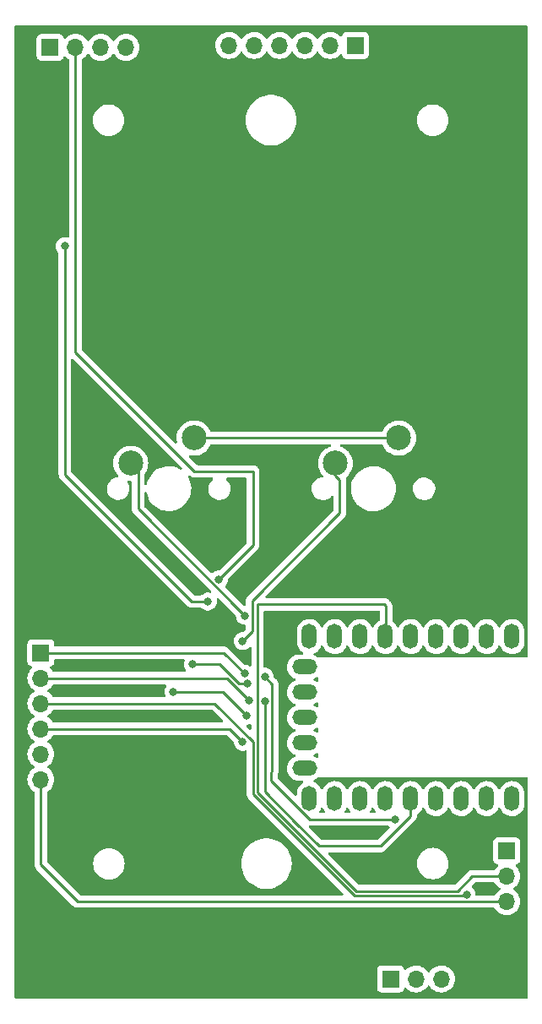
<source format=gbl>
G04 #@! TF.GenerationSoftware,KiCad,Pcbnew,7.0.1*
G04 #@! TF.CreationDate,2023-12-15T11:31:03-05:00*
G04 #@! TF.ProjectId,strum,73747275-6d2e-46b6-9963-61645f706362,rev?*
G04 #@! TF.SameCoordinates,Original*
G04 #@! TF.FileFunction,Copper,L2,Bot*
G04 #@! TF.FilePolarity,Positive*
%FSLAX46Y46*%
G04 Gerber Fmt 4.6, Leading zero omitted, Abs format (unit mm)*
G04 Created by KiCad (PCBNEW 7.0.1) date 2023-12-15 11:31:03*
%MOMM*%
%LPD*%
G01*
G04 APERTURE LIST*
G04 #@! TA.AperFunction,ComponentPad*
%ADD10R,1.700000X1.700000*%
G04 #@! TD*
G04 #@! TA.AperFunction,ComponentPad*
%ADD11O,1.700000X1.700000*%
G04 #@! TD*
G04 #@! TA.AperFunction,ComponentPad*
%ADD12O,1.500000X2.500000*%
G04 #@! TD*
G04 #@! TA.AperFunction,ComponentPad*
%ADD13O,2.500000X1.500000*%
G04 #@! TD*
G04 #@! TA.AperFunction,ComponentPad*
%ADD14C,2.500000*%
G04 #@! TD*
G04 #@! TA.AperFunction,ViaPad*
%ADD15C,0.800000*%
G04 #@! TD*
G04 #@! TA.AperFunction,Conductor*
%ADD16C,0.250000*%
G04 #@! TD*
G04 APERTURE END LIST*
D10*
X131430000Y-40360000D03*
D11*
X133970000Y-40360000D03*
X136510000Y-40360000D03*
X139050000Y-40360000D03*
D10*
X130500000Y-101030000D03*
D11*
X130500000Y-103570000D03*
X130500000Y-106110000D03*
X130500000Y-108650000D03*
X130500000Y-111190000D03*
X130500000Y-113730000D03*
D12*
X177750000Y-99400000D03*
X175210000Y-99400000D03*
X172670000Y-99400000D03*
X170130000Y-99400000D03*
X167590000Y-99400000D03*
X165050000Y-99400000D03*
X162510000Y-99400000D03*
X159970000Y-99400000D03*
X157430000Y-99400000D03*
D13*
X156930000Y-102440000D03*
X156930000Y-104980000D03*
X156930000Y-107520000D03*
X156930000Y-110060000D03*
X156930000Y-112600000D03*
D12*
X157430000Y-115640000D03*
X159970000Y-115640000D03*
X162510000Y-115640000D03*
X165050000Y-115640000D03*
X167590000Y-115640000D03*
X170130000Y-115640000D03*
X172670000Y-115640000D03*
X175210000Y-115640000D03*
X177750000Y-115640000D03*
D14*
X166390000Y-79510000D03*
X160040000Y-82050000D03*
X139520000Y-82040000D03*
X145870000Y-79500000D03*
D11*
X170660000Y-133710000D03*
X168120000Y-133710000D03*
D10*
X165580000Y-133710000D03*
X162050000Y-40160000D03*
D11*
X159510000Y-40160000D03*
X156970000Y-40160000D03*
X154430000Y-40160000D03*
X151890000Y-40160000D03*
X149350000Y-40160000D03*
D10*
X177230000Y-120880000D03*
D11*
X177230000Y-123420000D03*
X177230000Y-125960000D03*
D15*
X132910000Y-60280000D03*
X145730000Y-102180000D03*
X151230000Y-104140000D03*
X147240000Y-95890000D03*
X148342299Y-93667701D03*
X143780000Y-104950000D03*
X151100000Y-107330000D03*
X152954500Y-103430000D03*
X150920000Y-103110000D03*
X165990000Y-117700000D03*
X151360000Y-105770000D03*
X152954500Y-105860000D03*
X173180000Y-125235500D03*
X150724500Y-109940000D03*
X150724500Y-99860000D03*
X150960000Y-97310000D03*
D16*
X132910000Y-83170000D02*
X132910000Y-60280000D01*
X145630000Y-95890000D02*
X132910000Y-83170000D01*
X147240000Y-95890000D02*
X145630000Y-95890000D01*
X148406396Y-102180000D02*
X145730000Y-102180000D01*
X151230000Y-104140000D02*
X150366396Y-104140000D01*
X150366396Y-104140000D02*
X148406396Y-102180000D01*
X133970000Y-70910000D02*
X133970000Y-40360000D01*
X145910000Y-82850000D02*
X133970000Y-70910000D01*
X151770000Y-82850000D02*
X145910000Y-82850000D01*
X151770000Y-90240000D02*
X151770000Y-82850000D01*
X148342299Y-93667701D02*
X151770000Y-90240000D01*
X148720000Y-104950000D02*
X143780000Y-104950000D01*
X151100000Y-107330000D02*
X148720000Y-104950000D01*
X145880000Y-79510000D02*
X145870000Y-79500000D01*
X166390000Y-79510000D02*
X145880000Y-79510000D01*
X157469720Y-117700000D02*
X165990000Y-117700000D01*
X153610000Y-113840280D02*
X157469720Y-117700000D01*
X153610000Y-112990000D02*
X153610000Y-113840280D01*
X153679500Y-112920500D02*
X153610000Y-112990000D01*
X152954500Y-103430000D02*
X153679500Y-104155000D01*
X153679500Y-104155000D02*
X153679500Y-112920500D01*
X148840000Y-101030000D02*
X150920000Y-103110000D01*
X130500000Y-101030000D02*
X148840000Y-101030000D01*
X149160000Y-103570000D02*
X130500000Y-103570000D01*
X151360000Y-105770000D02*
X149160000Y-103570000D01*
X156110000Y-118140000D02*
X152954500Y-114984500D01*
X152954500Y-114984500D02*
X152954500Y-105860000D01*
X158370000Y-120400000D02*
X156110000Y-118140000D01*
X167590000Y-117370000D02*
X164560000Y-120400000D01*
X164560000Y-120400000D02*
X158370000Y-120400000D01*
X167590000Y-115140000D02*
X167590000Y-117370000D01*
X173045500Y-125370000D02*
X173180000Y-125235500D01*
X161930000Y-125370000D02*
X173045500Y-125370000D01*
X151780000Y-109970195D02*
X151780000Y-115220000D01*
X151780000Y-115220000D02*
X161930000Y-125370000D01*
X147919805Y-106110000D02*
X151780000Y-109970195D01*
X130500000Y-106110000D02*
X147919805Y-106110000D01*
X149434500Y-108650000D02*
X150724500Y-109940000D01*
X130500000Y-108650000D02*
X149434500Y-108650000D01*
X130500000Y-122260000D02*
X130500000Y-113730000D01*
X134200000Y-125960000D02*
X130500000Y-122260000D01*
X177230000Y-125960000D02*
X134200000Y-125960000D01*
X160040000Y-83270000D02*
X160040000Y-82050000D01*
X160470000Y-83700000D02*
X160040000Y-83270000D01*
X160470000Y-87030000D02*
X160470000Y-83700000D01*
X151685000Y-95815000D02*
X160470000Y-87030000D01*
X150724500Y-99860000D02*
X151685000Y-98899500D01*
X151685000Y-98899500D02*
X151685000Y-95815000D01*
X150960000Y-97310000D02*
X140250000Y-86600000D01*
X140250000Y-82770000D02*
X139520000Y-82040000D01*
X140250000Y-86600000D02*
X140250000Y-82770000D01*
X165110000Y-99840000D02*
X165050000Y-99900000D01*
X165110000Y-96350000D02*
X165110000Y-99840000D01*
X164920000Y-96160000D02*
X165110000Y-96350000D01*
X152230000Y-96160000D02*
X164920000Y-96160000D01*
X152230000Y-115010000D02*
X152230000Y-96160000D01*
X162140000Y-124920000D02*
X152230000Y-115010000D01*
X172260000Y-124920000D02*
X162140000Y-124920000D01*
X173760000Y-123420000D02*
X172260000Y-124920000D01*
X177230000Y-123420000D02*
X173760000Y-123420000D01*
G04 #@! TA.AperFunction,NonConductor*
G36*
X145465530Y-83290677D02*
G01*
X145473220Y-83297898D01*
X145476019Y-83300610D01*
X145495529Y-83320120D01*
X145498711Y-83322588D01*
X145507571Y-83330155D01*
X145539418Y-83360062D01*
X145556972Y-83369712D01*
X145573236Y-83380396D01*
X145584972Y-83389499D01*
X145589064Y-83392673D01*
X145603803Y-83399051D01*
X145629152Y-83410021D01*
X145639631Y-83415154D01*
X145677908Y-83436197D01*
X145697306Y-83441177D01*
X145715708Y-83447477D01*
X145734104Y-83455438D01*
X145777261Y-83462273D01*
X145788664Y-83464634D01*
X145830981Y-83475500D01*
X145851016Y-83475500D01*
X145870413Y-83477026D01*
X145890196Y-83480160D01*
X145933674Y-83476050D01*
X145945344Y-83475500D01*
X147635482Y-83475500D01*
X147694390Y-83490386D01*
X147739154Y-83531470D01*
X147759027Y-83588889D01*
X147749237Y-83648854D01*
X147712134Y-83696970D01*
X147629784Y-83761730D01*
X147489022Y-83924177D01*
X147381552Y-84110321D01*
X147311249Y-84313445D01*
X147280661Y-84526201D01*
X147280661Y-84526203D01*
X147286309Y-84644766D01*
X147290888Y-84740904D01*
X147341564Y-84949794D01*
X147430852Y-85145309D01*
X147525279Y-85277912D01*
X147555534Y-85320399D01*
X147711097Y-85468727D01*
X147785083Y-85516275D01*
X147891917Y-85584934D01*
X147916896Y-85594934D01*
X148091468Y-85664822D01*
X148302528Y-85705500D01*
X148463613Y-85705500D01*
X148463618Y-85705500D01*
X148623971Y-85690188D01*
X148830209Y-85629631D01*
X149021259Y-85531138D01*
X149190217Y-85398268D01*
X149330976Y-85235824D01*
X149438448Y-85049677D01*
X149508750Y-84846554D01*
X149539339Y-84633797D01*
X149529112Y-84419096D01*
X149478437Y-84210210D01*
X149472220Y-84196597D01*
X149389147Y-84014690D01*
X149264467Y-83839603D01*
X149264466Y-83839601D01*
X149108903Y-83691273D01*
X149106774Y-83689243D01*
X149075164Y-83640057D01*
X149069606Y-83581853D01*
X149091337Y-83527573D01*
X149135524Y-83489284D01*
X149192344Y-83475500D01*
X151020500Y-83475500D01*
X151082500Y-83492113D01*
X151127887Y-83537500D01*
X151144500Y-83599500D01*
X151144500Y-89929547D01*
X151135061Y-89977000D01*
X151108181Y-90017228D01*
X148394527Y-92730882D01*
X148354299Y-92757762D01*
X148306846Y-92767201D01*
X148247651Y-92767201D01*
X148062496Y-92806556D01*
X147889568Y-92883549D01*
X147736427Y-92994812D01*
X147725770Y-93006648D01*
X147669874Y-93042254D01*
X147603624Y-93043987D01*
X147545943Y-93011352D01*
X140911819Y-86377228D01*
X140884939Y-86337000D01*
X140875500Y-86289547D01*
X140875500Y-85043661D01*
X140889778Y-84985894D01*
X140929323Y-84941430D01*
X140985028Y-84920508D01*
X141044067Y-84927947D01*
X141092842Y-84962032D01*
X141120122Y-85014915D01*
X141175731Y-85248262D01*
X141284021Y-85529432D01*
X141428824Y-85793664D01*
X141428825Y-85793665D01*
X141607554Y-86036238D01*
X141817020Y-86252824D01*
X142053485Y-86439558D01*
X142312730Y-86593109D01*
X142590128Y-86710736D01*
X142590129Y-86710736D01*
X142590131Y-86710737D01*
X142622293Y-86719547D01*
X142880729Y-86790340D01*
X143179347Y-86830500D01*
X143405244Y-86830500D01*
X143405246Y-86830500D01*
X143630635Y-86815412D01*
X143753994Y-86790338D01*
X143925903Y-86755396D01*
X144210537Y-86656560D01*
X144479459Y-86520668D01*
X144727869Y-86350144D01*
X144951333Y-86148032D01*
X145145865Y-85917939D01*
X145307993Y-85663970D01*
X145434823Y-85390658D01*
X145524093Y-85102879D01*
X145574209Y-84805770D01*
X145584277Y-84504631D01*
X145554118Y-84204838D01*
X145484269Y-83911739D01*
X145383021Y-83648854D01*
X145375978Y-83630568D01*
X145349442Y-83582146D01*
X145271906Y-83440660D01*
X145256902Y-83373153D01*
X145280389Y-83308106D01*
X145335061Y-83265755D01*
X145403914Y-83259273D01*
X145465530Y-83290677D01*
G37*
G04 #@! TD.AperFunction*
G04 #@! TA.AperFunction,NonConductor*
G36*
X133697818Y-71541521D02*
G01*
X133747181Y-71571771D01*
X144620257Y-82444848D01*
X144650906Y-82495461D01*
X144654611Y-82554515D01*
X144630530Y-82608562D01*
X144584145Y-82645297D01*
X144526018Y-82656355D01*
X144469384Y-82639219D01*
X144372034Y-82581559D01*
X144347270Y-82566891D01*
X144093455Y-82459264D01*
X144069868Y-82449262D01*
X143779275Y-82369661D01*
X143779274Y-82369660D01*
X143779271Y-82369660D01*
X143480653Y-82329500D01*
X143254756Y-82329500D01*
X143254754Y-82329500D01*
X143029364Y-82344587D01*
X142734098Y-82404603D01*
X142449459Y-82503441D01*
X142180546Y-82639328D01*
X141932127Y-82809858D01*
X141708668Y-83011966D01*
X141514135Y-83242061D01*
X141352005Y-83496032D01*
X141225178Y-83769339D01*
X141174045Y-83934177D01*
X141135907Y-84057121D01*
X141125247Y-84120321D01*
X141121773Y-84140916D01*
X141097242Y-84196597D01*
X141049177Y-84233905D01*
X140989152Y-84243858D01*
X140931618Y-84224060D01*
X140890428Y-84179277D01*
X140875500Y-84120291D01*
X140875500Y-83191230D01*
X140882459Y-83150275D01*
X140902553Y-83113917D01*
X140962411Y-83038857D01*
X140970386Y-83028857D01*
X141101568Y-82801643D01*
X141197420Y-82557416D01*
X141255802Y-82301630D01*
X141275408Y-82040000D01*
X141255802Y-81778370D01*
X141197420Y-81522584D01*
X141101568Y-81278357D01*
X140970386Y-81051143D01*
X140806805Y-80846019D01*
X140806801Y-80846015D01*
X140614485Y-80667571D01*
X140597170Y-80655766D01*
X140397704Y-80519772D01*
X140161323Y-80405937D01*
X139910615Y-80328604D01*
X139651182Y-80289500D01*
X139388818Y-80289500D01*
X139129385Y-80328604D01*
X138878677Y-80405937D01*
X138685729Y-80498856D01*
X138642296Y-80519772D01*
X138627629Y-80529772D01*
X138425514Y-80667571D01*
X138233198Y-80846015D01*
X138069613Y-81051143D01*
X137938431Y-81278358D01*
X137842580Y-81522581D01*
X137784197Y-81778372D01*
X137764591Y-82039999D01*
X137784197Y-82301627D01*
X137842580Y-82557418D01*
X137911045Y-82731862D01*
X137938432Y-82801643D01*
X137971863Y-82859547D01*
X138065636Y-83021968D01*
X138069614Y-83028857D01*
X138213552Y-83209350D01*
X138233196Y-83233982D01*
X138242572Y-83242682D01*
X138274144Y-83289537D01*
X138281651Y-83345535D01*
X138263535Y-83399051D01*
X138223557Y-83438975D01*
X138170016Y-83457017D01*
X138036031Y-83469811D01*
X137829792Y-83530368D01*
X137638742Y-83628861D01*
X137613319Y-83648854D01*
X137482927Y-83751396D01*
X137469782Y-83761733D01*
X137329022Y-83924177D01*
X137221552Y-84110321D01*
X137151249Y-84313445D01*
X137120661Y-84526201D01*
X137120661Y-84526203D01*
X137126309Y-84644766D01*
X137130888Y-84740904D01*
X137181564Y-84949794D01*
X137270852Y-85145309D01*
X137365279Y-85277912D01*
X137395534Y-85320399D01*
X137551097Y-85468727D01*
X137625083Y-85516275D01*
X137731917Y-85584934D01*
X137756896Y-85594934D01*
X137931468Y-85664822D01*
X138142528Y-85705500D01*
X138303613Y-85705500D01*
X138303618Y-85705500D01*
X138463971Y-85690188D01*
X138670209Y-85629631D01*
X138861259Y-85531138D01*
X139030217Y-85398268D01*
X139170976Y-85235824D01*
X139278448Y-85049677D01*
X139348750Y-84846554D01*
X139375225Y-84662412D01*
X139377762Y-84644766D01*
X139389230Y-84617077D01*
X139376640Y-84577145D01*
X139374690Y-84536201D01*
X139369112Y-84419096D01*
X139318437Y-84210210D01*
X139312220Y-84196597D01*
X139229148Y-84014693D01*
X139200664Y-83974693D01*
X139179081Y-83921413D01*
X139183845Y-83864126D01*
X139213930Y-83815143D01*
X139262872Y-83784991D01*
X139320152Y-83780150D01*
X139388818Y-83790500D01*
X139500500Y-83790500D01*
X139562500Y-83807113D01*
X139607887Y-83852500D01*
X139624500Y-83914500D01*
X139624500Y-84571245D01*
X139612675Y-84616085D01*
X139624500Y-84662412D01*
X139624500Y-86517256D01*
X139622235Y-86537762D01*
X139624439Y-86607873D01*
X139624500Y-86611768D01*
X139624500Y-86639349D01*
X139625003Y-86643334D01*
X139625918Y-86654967D01*
X139627290Y-86698626D01*
X139632879Y-86717860D01*
X139636825Y-86736916D01*
X139639335Y-86756792D01*
X139655414Y-86797404D01*
X139659197Y-86808451D01*
X139671382Y-86850391D01*
X139681580Y-86867635D01*
X139690136Y-86885100D01*
X139697514Y-86903732D01*
X139697515Y-86903733D01*
X139723180Y-86939059D01*
X139729593Y-86948822D01*
X139751826Y-86986416D01*
X139751829Y-86986419D01*
X139751830Y-86986420D01*
X139765995Y-87000585D01*
X139778627Y-87015375D01*
X139790406Y-87031587D01*
X139824058Y-87059426D01*
X139832699Y-87067289D01*
X147572344Y-94806935D01*
X147604095Y-94861270D01*
X147605084Y-94924194D01*
X147575055Y-94979500D01*
X147521745Y-95012942D01*
X147458883Y-95015906D01*
X147334649Y-94989500D01*
X147334646Y-94989500D01*
X147145354Y-94989500D01*
X147145352Y-94989500D01*
X146960197Y-95028855D01*
X146787272Y-95105847D01*
X146685176Y-95180024D01*
X146634129Y-95217112D01*
X146628401Y-95223473D01*
X146586688Y-95253780D01*
X146536253Y-95264500D01*
X145940453Y-95264500D01*
X145893000Y-95255061D01*
X145852772Y-95228181D01*
X133571819Y-82947228D01*
X133544939Y-82907000D01*
X133535500Y-82859547D01*
X133535500Y-71659452D01*
X133549015Y-71603157D01*
X133586615Y-71559134D01*
X133640102Y-71536979D01*
X133697818Y-71541521D01*
G37*
G04 #@! TD.AperFunction*
G04 #@! TA.AperFunction,NonConductor*
G36*
X159551901Y-80155003D02*
G01*
X159597658Y-80207376D01*
X159608024Y-80276145D01*
X159579737Y-80339678D01*
X159521696Y-80377990D01*
X159398677Y-80415937D01*
X159162296Y-80529772D01*
X159092922Y-80577070D01*
X158945514Y-80677571D01*
X158753198Y-80856015D01*
X158589613Y-81061143D01*
X158458431Y-81288358D01*
X158362580Y-81532581D01*
X158304197Y-81788372D01*
X158284591Y-82049999D01*
X158304197Y-82311627D01*
X158362580Y-82567418D01*
X158458431Y-82811641D01*
X158589613Y-83038856D01*
X158665297Y-83133761D01*
X158711127Y-83191230D01*
X158753196Y-83243982D01*
X158762572Y-83252682D01*
X158794144Y-83299537D01*
X158801651Y-83355535D01*
X158783535Y-83409051D01*
X158743557Y-83448975D01*
X158690016Y-83467017D01*
X158556031Y-83479811D01*
X158349792Y-83540368D01*
X158158742Y-83638861D01*
X158146035Y-83648854D01*
X157993189Y-83769054D01*
X157989782Y-83771733D01*
X157849022Y-83934177D01*
X157741552Y-84120321D01*
X157671249Y-84323445D01*
X157640661Y-84536201D01*
X157650888Y-84750904D01*
X157701564Y-84959794D01*
X157790852Y-85155309D01*
X157878158Y-85277912D01*
X157915534Y-85330399D01*
X158071097Y-85478727D01*
X158145083Y-85526275D01*
X158251917Y-85594934D01*
X158291962Y-85610965D01*
X158451468Y-85674822D01*
X158662528Y-85715500D01*
X158823613Y-85715500D01*
X158823618Y-85715500D01*
X158983971Y-85700188D01*
X159190209Y-85639631D01*
X159381259Y-85541138D01*
X159550217Y-85408268D01*
X159626788Y-85319899D01*
X159675512Y-85285553D01*
X159734635Y-85277912D01*
X159790491Y-85298745D01*
X159830170Y-85343237D01*
X159844500Y-85401104D01*
X159844500Y-86719547D01*
X159835061Y-86767000D01*
X159808181Y-86807228D01*
X151301208Y-95314199D01*
X151285110Y-95327096D01*
X151237096Y-95378225D01*
X151234391Y-95381017D01*
X151214874Y-95400534D01*
X151212415Y-95403705D01*
X151204842Y-95412572D01*
X151174935Y-95444420D01*
X151165285Y-95461974D01*
X151154609Y-95478228D01*
X151142326Y-95494063D01*
X151124975Y-95534158D01*
X151119838Y-95544644D01*
X151098802Y-95582907D01*
X151093821Y-95602309D01*
X151087520Y-95620711D01*
X151079561Y-95639102D01*
X151072728Y-95682242D01*
X151070360Y-95693674D01*
X151059500Y-95735978D01*
X151059500Y-95756016D01*
X151057973Y-95775415D01*
X151054840Y-95795194D01*
X151058950Y-95838675D01*
X151059500Y-95850344D01*
X151059500Y-96225547D01*
X151045985Y-96281842D01*
X151008385Y-96325865D01*
X150954898Y-96348020D01*
X150897182Y-96343478D01*
X150847819Y-96313228D01*
X148996794Y-94462203D01*
X148965278Y-94408701D01*
X148963653Y-94346628D01*
X148992323Y-94291551D01*
X149074832Y-94199917D01*
X149169478Y-94035985D01*
X149227973Y-93855957D01*
X149245620Y-93688045D01*
X149257020Y-93647626D01*
X149281257Y-93613331D01*
X152153789Y-90740800D01*
X152169885Y-90727906D01*
X152171873Y-90725787D01*
X152171877Y-90725786D01*
X152217948Y-90676723D01*
X152220566Y-90674023D01*
X152240120Y-90654471D01*
X152242581Y-90651298D01*
X152250156Y-90642427D01*
X152280062Y-90610582D01*
X152289717Y-90593018D01*
X152300394Y-90576764D01*
X152312673Y-90560936D01*
X152330018Y-90520852D01*
X152335160Y-90510356D01*
X152356197Y-90472092D01*
X152361179Y-90452684D01*
X152367481Y-90434280D01*
X152375437Y-90415896D01*
X152382269Y-90372752D01*
X152384633Y-90361338D01*
X152395500Y-90319019D01*
X152395500Y-90298984D01*
X152397027Y-90279585D01*
X152397068Y-90279321D01*
X152400160Y-90259804D01*
X152396050Y-90216325D01*
X152395500Y-90204656D01*
X152395500Y-82920849D01*
X152397696Y-82897615D01*
X152399227Y-82889587D01*
X152395745Y-82834241D01*
X152395500Y-82826455D01*
X152395500Y-82810650D01*
X152394362Y-82801643D01*
X152393517Y-82794957D01*
X152392789Y-82787266D01*
X152389304Y-82731862D01*
X152386777Y-82724086D01*
X152381688Y-82701317D01*
X152380664Y-82693208D01*
X152360233Y-82641606D01*
X152357608Y-82634315D01*
X152340467Y-82581559D01*
X152336087Y-82574657D01*
X152325495Y-82553869D01*
X152322486Y-82546268D01*
X152289870Y-82501377D01*
X152285503Y-82494949D01*
X152255786Y-82448123D01*
X152249833Y-82442533D01*
X152234396Y-82425023D01*
X152229593Y-82418412D01*
X152186861Y-82383061D01*
X152181018Y-82377910D01*
X152140582Y-82339938D01*
X152133415Y-82335998D01*
X152114113Y-82322879D01*
X152107824Y-82317676D01*
X152073718Y-82301627D01*
X152057633Y-82294058D01*
X152050700Y-82290525D01*
X152002093Y-82263803D01*
X151998813Y-82262961D01*
X151994173Y-82261769D01*
X151972223Y-82253866D01*
X151964826Y-82250386D01*
X151964824Y-82250385D01*
X151910356Y-82239994D01*
X151902759Y-82238296D01*
X151849021Y-82224500D01*
X151849019Y-82224500D01*
X151840849Y-82224500D01*
X151817615Y-82222304D01*
X151809587Y-82220772D01*
X151754241Y-82224255D01*
X151746455Y-82224500D01*
X146220452Y-82224500D01*
X146172999Y-82215061D01*
X146132771Y-82188181D01*
X145365050Y-81420460D01*
X145333706Y-81367552D01*
X145331637Y-81306091D01*
X145359350Y-81251194D01*
X145410030Y-81216363D01*
X145471213Y-81210164D01*
X145479383Y-81211395D01*
X145479385Y-81211396D01*
X145738818Y-81250500D01*
X146001182Y-81250500D01*
X146260615Y-81211396D01*
X146511323Y-81134063D01*
X146747704Y-81020228D01*
X146964479Y-80872433D01*
X146964482Y-80872429D01*
X146964485Y-80872428D01*
X147146024Y-80703984D01*
X147156805Y-80693981D01*
X147320386Y-80488857D01*
X147451568Y-80261643D01*
X147470188Y-80214198D01*
X147496849Y-80172919D01*
X147537451Y-80145237D01*
X147585617Y-80135500D01*
X159485146Y-80135500D01*
X159551901Y-80155003D01*
G37*
G04 #@! TD.AperFunction*
G04 #@! TA.AperFunction,NonConductor*
G36*
X144839202Y-101669015D02*
G01*
X144883225Y-101706615D01*
X144905380Y-101760102D01*
X144900838Y-101817818D01*
X144844326Y-101991742D01*
X144825257Y-102173181D01*
X144824540Y-102180000D01*
X144830588Y-102237545D01*
X144844326Y-102368257D01*
X144902820Y-102548284D01*
X144997466Y-102712215D01*
X145020257Y-102737527D01*
X145047540Y-102787153D01*
X145049912Y-102843735D01*
X145026878Y-102895470D01*
X144983243Y-102931568D01*
X144928108Y-102944500D01*
X131775226Y-102944500D01*
X131717969Y-102930489D01*
X131673651Y-102891623D01*
X131640120Y-102843735D01*
X131538495Y-102698599D01*
X131416569Y-102576673D01*
X131385273Y-102523927D01*
X131383084Y-102462634D01*
X131410537Y-102407789D01*
X131460916Y-102372810D01*
X131592331Y-102323796D01*
X131707546Y-102237546D01*
X131793796Y-102122331D01*
X131844091Y-101987483D01*
X131850500Y-101927873D01*
X131850500Y-101779500D01*
X131867113Y-101717500D01*
X131912500Y-101672113D01*
X131974500Y-101655500D01*
X144782907Y-101655500D01*
X144839202Y-101669015D01*
G37*
G04 #@! TD.AperFunction*
G04 #@! TA.AperFunction,NonConductor*
G36*
X158271795Y-103457791D02*
G01*
X158321227Y-103503486D01*
X158339500Y-103568276D01*
X158339500Y-103848170D01*
X158322655Y-103910571D01*
X158276695Y-103956018D01*
X158214109Y-103972162D01*
X158151901Y-103954618D01*
X157974764Y-103848784D01*
X157915898Y-103826692D01*
X157868318Y-103794668D01*
X157840238Y-103744659D01*
X157837665Y-103687363D01*
X157861150Y-103635038D01*
X157905662Y-103598882D01*
X158073973Y-103517829D01*
X158142614Y-103467958D01*
X158205771Y-103444658D01*
X158271795Y-103457791D01*
G37*
G04 #@! TD.AperFunction*
G04 #@! TA.AperFunction,NonConductor*
G36*
X143024238Y-104208432D02*
G01*
X143067872Y-104244529D01*
X143090906Y-104296264D01*
X143088535Y-104352845D01*
X143061254Y-104402471D01*
X143047466Y-104417783D01*
X142952820Y-104581715D01*
X142894326Y-104761742D01*
X142889100Y-104811463D01*
X142874540Y-104950000D01*
X142875636Y-104960425D01*
X142894326Y-105138257D01*
X142954087Y-105322182D01*
X142958629Y-105379898D01*
X142936474Y-105433386D01*
X142892451Y-105470985D01*
X142836156Y-105484500D01*
X131775226Y-105484500D01*
X131717969Y-105470489D01*
X131673651Y-105431623D01*
X131637433Y-105379898D01*
X131538495Y-105238599D01*
X131371401Y-105071505D01*
X131185839Y-104941573D01*
X131146975Y-104897257D01*
X131132964Y-104840000D01*
X131146975Y-104782743D01*
X131185839Y-104738426D01*
X131371401Y-104608495D01*
X131538495Y-104441401D01*
X131673653Y-104248374D01*
X131717970Y-104209511D01*
X131775227Y-104195500D01*
X142969103Y-104195500D01*
X143024238Y-104208432D01*
G37*
G04 #@! TD.AperFunction*
G04 #@! TA.AperFunction,NonConductor*
G36*
X158271795Y-105997791D02*
G01*
X158321227Y-106043486D01*
X158339500Y-106108276D01*
X158339500Y-106388170D01*
X158322655Y-106450571D01*
X158276695Y-106496018D01*
X158214109Y-106512162D01*
X158151901Y-106494618D01*
X157974764Y-106388784D01*
X157915898Y-106366692D01*
X157868318Y-106334668D01*
X157840238Y-106284659D01*
X157837665Y-106227363D01*
X157861150Y-106175038D01*
X157905662Y-106138882D01*
X158073973Y-106057829D01*
X158142614Y-106007958D01*
X158205771Y-105984658D01*
X158271795Y-105997791D01*
G37*
G04 #@! TD.AperFunction*
G04 #@! TA.AperFunction,NonConductor*
G36*
X147656806Y-106744939D02*
G01*
X147697034Y-106771819D01*
X148738034Y-107812819D01*
X148768284Y-107862182D01*
X148772826Y-107919898D01*
X148750671Y-107973385D01*
X148706648Y-108010985D01*
X148650353Y-108024500D01*
X131775226Y-108024500D01*
X131717969Y-108010489D01*
X131673651Y-107971623D01*
X131637433Y-107919898D01*
X131538495Y-107778599D01*
X131371401Y-107611505D01*
X131185839Y-107481573D01*
X131146975Y-107437257D01*
X131132964Y-107380000D01*
X131146975Y-107322743D01*
X131185839Y-107278426D01*
X131371401Y-107148495D01*
X131538495Y-106981401D01*
X131673653Y-106788374D01*
X131717970Y-106749511D01*
X131775227Y-106735500D01*
X147609353Y-106735500D01*
X147656806Y-106744939D01*
G37*
G04 #@! TD.AperFunction*
G04 #@! TA.AperFunction,NonConductor*
G36*
X151548035Y-108178051D02*
G01*
X151589473Y-108222878D01*
X151604500Y-108282046D01*
X151604500Y-108610742D01*
X151590985Y-108667037D01*
X151553385Y-108711060D01*
X151499898Y-108733215D01*
X151442182Y-108728673D01*
X151392819Y-108698423D01*
X151133670Y-108439274D01*
X151101166Y-108382116D01*
X151102457Y-108316375D01*
X151137180Y-108260537D01*
X151195566Y-108230304D01*
X151379803Y-108191144D01*
X151410380Y-108177529D01*
X151430065Y-108168766D01*
X151490229Y-108158428D01*
X151548035Y-108178051D01*
G37*
G04 #@! TD.AperFunction*
G04 #@! TA.AperFunction,NonConductor*
G36*
X158271795Y-108537791D02*
G01*
X158321227Y-108583486D01*
X158339500Y-108648276D01*
X158339500Y-108928170D01*
X158322655Y-108990571D01*
X158276695Y-109036018D01*
X158214109Y-109052162D01*
X158151901Y-109034618D01*
X157974764Y-108928784D01*
X157915898Y-108906692D01*
X157868318Y-108874668D01*
X157840238Y-108824659D01*
X157837665Y-108767363D01*
X157861150Y-108715038D01*
X157905662Y-108678882D01*
X158073973Y-108597829D01*
X158142614Y-108547958D01*
X158205771Y-108524658D01*
X158271795Y-108537791D01*
G37*
G04 #@! TD.AperFunction*
G04 #@! TA.AperFunction,NonConductor*
G36*
X158271795Y-111077791D02*
G01*
X158321227Y-111123486D01*
X158339500Y-111188276D01*
X158339500Y-111468170D01*
X158322655Y-111530571D01*
X158276695Y-111576018D01*
X158214109Y-111592162D01*
X158151901Y-111574618D01*
X157974764Y-111468784D01*
X157915898Y-111446692D01*
X157868318Y-111414668D01*
X157840238Y-111364659D01*
X157837665Y-111307363D01*
X157861150Y-111255038D01*
X157905662Y-111218882D01*
X158073973Y-111137829D01*
X158142614Y-111087958D01*
X158205771Y-111064658D01*
X158271795Y-111077791D01*
G37*
G04 #@! TD.AperFunction*
G04 #@! TA.AperFunction,NonConductor*
G36*
X164422500Y-96802113D02*
G01*
X164467887Y-96847500D01*
X164484500Y-96909500D01*
X164484500Y-97710161D01*
X164466948Y-97773760D01*
X164419261Y-97819353D01*
X164358319Y-97852148D01*
X164358317Y-97852149D01*
X164358318Y-97852149D01*
X164182335Y-97992490D01*
X164034233Y-98162006D01*
X163918784Y-98355236D01*
X163896692Y-98414101D01*
X163864668Y-98461681D01*
X163814659Y-98489761D01*
X163757363Y-98492333D01*
X163705039Y-98468849D01*
X163668879Y-98424331D01*
X163635605Y-98355237D01*
X163587829Y-98256027D01*
X163455522Y-98073922D01*
X163292825Y-97918368D01*
X163292822Y-97918366D01*
X163292821Y-97918365D01*
X163104968Y-97794365D01*
X162897987Y-97705896D01*
X162678537Y-97655809D01*
X162453671Y-97645709D01*
X162230611Y-97675925D01*
X162016537Y-97745482D01*
X161925698Y-97794365D01*
X161818319Y-97852148D01*
X161818317Y-97852149D01*
X161818318Y-97852149D01*
X161642335Y-97992490D01*
X161494233Y-98162006D01*
X161378784Y-98355236D01*
X161356692Y-98414101D01*
X161324668Y-98461681D01*
X161274659Y-98489761D01*
X161217363Y-98492333D01*
X161165039Y-98468849D01*
X161128879Y-98424331D01*
X161095605Y-98355237D01*
X161047829Y-98256027D01*
X160915522Y-98073922D01*
X160752825Y-97918368D01*
X160752822Y-97918366D01*
X160752821Y-97918365D01*
X160564968Y-97794365D01*
X160357987Y-97705896D01*
X160138537Y-97655809D01*
X159913671Y-97645709D01*
X159690611Y-97675925D01*
X159476537Y-97745482D01*
X159385698Y-97794365D01*
X159278319Y-97852148D01*
X159278317Y-97852149D01*
X159278318Y-97852149D01*
X159102335Y-97992490D01*
X158954233Y-98162006D01*
X158838784Y-98355236D01*
X158816692Y-98414101D01*
X158784668Y-98461681D01*
X158734659Y-98489761D01*
X158677363Y-98492333D01*
X158625039Y-98468849D01*
X158588879Y-98424331D01*
X158555605Y-98355237D01*
X158507829Y-98256027D01*
X158375522Y-98073922D01*
X158212825Y-97918368D01*
X158212822Y-97918366D01*
X158212821Y-97918365D01*
X158024968Y-97794365D01*
X157817987Y-97705896D01*
X157598537Y-97655809D01*
X157373671Y-97645709D01*
X157150611Y-97675925D01*
X156936537Y-97745482D01*
X156845698Y-97794365D01*
X156738319Y-97852148D01*
X156738317Y-97852149D01*
X156738318Y-97852149D01*
X156562335Y-97992490D01*
X156414233Y-98162006D01*
X156298783Y-98355237D01*
X156219693Y-98565974D01*
X156179500Y-98787453D01*
X156179500Y-99956153D01*
X156194623Y-100124190D01*
X156254507Y-100341171D01*
X156352170Y-100543972D01*
X156426451Y-100646211D01*
X156484478Y-100726078D01*
X156647175Y-100881632D01*
X156647177Y-100881633D01*
X156647178Y-100881634D01*
X156768947Y-100962013D01*
X156810867Y-101008710D01*
X156824556Y-101069951D01*
X156806509Y-101130052D01*
X156761346Y-101173621D01*
X156700636Y-101189500D01*
X156373845Y-101189500D01*
X156306631Y-101195549D01*
X156205809Y-101204623D01*
X155988828Y-101264507D01*
X155786027Y-101362170D01*
X155603925Y-101494475D01*
X155603922Y-101494477D01*
X155603922Y-101494478D01*
X155579003Y-101520541D01*
X155448365Y-101657178D01*
X155324365Y-101845031D01*
X155235896Y-102052012D01*
X155185809Y-102271462D01*
X155175709Y-102496328D01*
X155205925Y-102719388D01*
X155263889Y-102897784D01*
X155275483Y-102933464D01*
X155382148Y-103131681D01*
X155522492Y-103307666D01*
X155692004Y-103455765D01*
X155885236Y-103571215D01*
X155944100Y-103593307D01*
X155991680Y-103625330D01*
X156019760Y-103675339D01*
X156022334Y-103732635D01*
X155998849Y-103784960D01*
X155954331Y-103821120D01*
X155786027Y-103902170D01*
X155603925Y-104034475D01*
X155603922Y-104034477D01*
X155603922Y-104034478D01*
X155535665Y-104105869D01*
X155448365Y-104197178D01*
X155324365Y-104385031D01*
X155235896Y-104592012D01*
X155185809Y-104811462D01*
X155175709Y-105036328D01*
X155205925Y-105259388D01*
X155274677Y-105470985D01*
X155275483Y-105473464D01*
X155382148Y-105671681D01*
X155460555Y-105770000D01*
X155487243Y-105803466D01*
X155522492Y-105847666D01*
X155692004Y-105995765D01*
X155885236Y-106111215D01*
X155944100Y-106133307D01*
X155991680Y-106165330D01*
X156019760Y-106215339D01*
X156022334Y-106272635D01*
X155998849Y-106324960D01*
X155954331Y-106361120D01*
X155786027Y-106442170D01*
X155603925Y-106574475D01*
X155448365Y-106737178D01*
X155324365Y-106925031D01*
X155235896Y-107132012D01*
X155185809Y-107351462D01*
X155175709Y-107576328D01*
X155205925Y-107799388D01*
X155274677Y-108010985D01*
X155275483Y-108013464D01*
X155382148Y-108211681D01*
X155522492Y-108387666D01*
X155692004Y-108535765D01*
X155885236Y-108651215D01*
X155927394Y-108667037D01*
X155944100Y-108673307D01*
X155991680Y-108705330D01*
X156019760Y-108755339D01*
X156022334Y-108812635D01*
X155998849Y-108864960D01*
X155954331Y-108901120D01*
X155786027Y-108982170D01*
X155603925Y-109114475D01*
X155448365Y-109277178D01*
X155324365Y-109465031D01*
X155235896Y-109672012D01*
X155185809Y-109891462D01*
X155175709Y-110116328D01*
X155205925Y-110339388D01*
X155262065Y-110512170D01*
X155275483Y-110553464D01*
X155382148Y-110751681D01*
X155522492Y-110927666D01*
X155692004Y-111075765D01*
X155885236Y-111191215D01*
X155944100Y-111213307D01*
X155991680Y-111245330D01*
X156019760Y-111295339D01*
X156022334Y-111352635D01*
X155998849Y-111404960D01*
X155954331Y-111441120D01*
X155786027Y-111522170D01*
X155603925Y-111654475D01*
X155448365Y-111817178D01*
X155324365Y-112005031D01*
X155235896Y-112212012D01*
X155185809Y-112431462D01*
X155175709Y-112656328D01*
X155205925Y-112879388D01*
X155262421Y-113053265D01*
X155275483Y-113093464D01*
X155382148Y-113291681D01*
X155522492Y-113467666D01*
X155692004Y-113615765D01*
X155740099Y-113644500D01*
X155885237Y-113731216D01*
X156003214Y-113775493D01*
X156095976Y-113810307D01*
X156317453Y-113850500D01*
X156695271Y-113850500D01*
X156757913Y-113867486D01*
X156803393Y-113913790D01*
X156819251Y-113976726D01*
X156801143Y-114039053D01*
X156754031Y-114083692D01*
X156746361Y-114087819D01*
X156738320Y-114092147D01*
X156562335Y-114232490D01*
X156414233Y-114402006D01*
X156298783Y-114595237D01*
X156219693Y-114805974D01*
X156179500Y-115027453D01*
X156179500Y-115225827D01*
X156165985Y-115282122D01*
X156128385Y-115326145D01*
X156074898Y-115348300D01*
X156017182Y-115343758D01*
X155967819Y-115313508D01*
X154271819Y-113617508D01*
X154244939Y-113577280D01*
X154235500Y-113529827D01*
X154235500Y-113239357D01*
X154250838Y-113179619D01*
X154265697Y-113152592D01*
X154270675Y-113133199D01*
X154276981Y-113114782D01*
X154278518Y-113111228D01*
X154284938Y-113096396D01*
X154291772Y-113053245D01*
X154294135Y-113041831D01*
X154305000Y-112999519D01*
X154305000Y-112979484D01*
X154306527Y-112960085D01*
X154309660Y-112940304D01*
X154305550Y-112896825D01*
X154305000Y-112885156D01*
X154305000Y-104237744D01*
X154307264Y-104217237D01*
X154306987Y-104208432D01*
X154305061Y-104147127D01*
X154305000Y-104143232D01*
X154305000Y-104115653D01*
X154304896Y-104114832D01*
X154304496Y-104111665D01*
X154303580Y-104100019D01*
X154302209Y-104056373D01*
X154296620Y-104037140D01*
X154292674Y-104018082D01*
X154290164Y-103998206D01*
X154274088Y-103957604D01*
X154270304Y-103946553D01*
X154264381Y-103926168D01*
X154258118Y-103904610D01*
X154247914Y-103887355D01*
X154239361Y-103869895D01*
X154231986Y-103851269D01*
X154231986Y-103851268D01*
X154206308Y-103815925D01*
X154199901Y-103806171D01*
X154177669Y-103768579D01*
X154163506Y-103754416D01*
X154150867Y-103739617D01*
X154139095Y-103723413D01*
X154105441Y-103695573D01*
X154096799Y-103687709D01*
X153893460Y-103484369D01*
X153869220Y-103450071D01*
X153857821Y-103409655D01*
X153840174Y-103241744D01*
X153781679Y-103061716D01*
X153781679Y-103061715D01*
X153687033Y-102897783D01*
X153560370Y-102757110D01*
X153407230Y-102645848D01*
X153234302Y-102568855D01*
X153049148Y-102529500D01*
X153049146Y-102529500D01*
X152979500Y-102529500D01*
X152917500Y-102512887D01*
X152872113Y-102467500D01*
X152855500Y-102405500D01*
X152855500Y-96909500D01*
X152872113Y-96847500D01*
X152917500Y-96802113D01*
X152979500Y-96785500D01*
X164360500Y-96785500D01*
X164422500Y-96802113D01*
G37*
G04 #@! TD.AperFunction*
G04 #@! TA.AperFunction,NonConductor*
G36*
X158774960Y-116571150D02*
G01*
X158811120Y-116615668D01*
X158892170Y-116783972D01*
X158960206Y-116877615D01*
X158983506Y-116940771D01*
X158970373Y-117006795D01*
X158924678Y-117056227D01*
X158859888Y-117074500D01*
X158546893Y-117074500D01*
X158484492Y-117057655D01*
X158439045Y-117011695D01*
X158422901Y-116949109D01*
X158440445Y-116886901D01*
X158561214Y-116684766D01*
X158561216Y-116684762D01*
X158583308Y-116625896D01*
X158615330Y-116578319D01*
X158665339Y-116550239D01*
X158722635Y-116547665D01*
X158774960Y-116571150D01*
G37*
G04 #@! TD.AperFunction*
G04 #@! TA.AperFunction,NonConductor*
G36*
X161314960Y-116571150D02*
G01*
X161351120Y-116615668D01*
X161432170Y-116783972D01*
X161500206Y-116877615D01*
X161523506Y-116940771D01*
X161510373Y-117006795D01*
X161464678Y-117056227D01*
X161399888Y-117074500D01*
X161086893Y-117074500D01*
X161024492Y-117057655D01*
X160979045Y-117011695D01*
X160962901Y-116949109D01*
X160980445Y-116886901D01*
X161101214Y-116684766D01*
X161101216Y-116684762D01*
X161123308Y-116625896D01*
X161155330Y-116578319D01*
X161205339Y-116550239D01*
X161262635Y-116547665D01*
X161314960Y-116571150D01*
G37*
G04 #@! TD.AperFunction*
G04 #@! TA.AperFunction,NonConductor*
G36*
X163854960Y-116571150D02*
G01*
X163891120Y-116615668D01*
X163972170Y-116783972D01*
X164040206Y-116877615D01*
X164063506Y-116940771D01*
X164050373Y-117006795D01*
X164004678Y-117056227D01*
X163939888Y-117074500D01*
X163626893Y-117074500D01*
X163564492Y-117057655D01*
X163519045Y-117011695D01*
X163502901Y-116949109D01*
X163520445Y-116886901D01*
X163641214Y-116684766D01*
X163641216Y-116684762D01*
X163663308Y-116625896D01*
X163695330Y-116578319D01*
X163745339Y-116550239D01*
X163802635Y-116547665D01*
X163854960Y-116571150D01*
G37*
G04 #@! TD.AperFunction*
G04 #@! TA.AperFunction,NonConductor*
G36*
X165336688Y-118336220D02*
G01*
X165378401Y-118366526D01*
X165384129Y-118372888D01*
X165451087Y-118421535D01*
X165486386Y-118461259D01*
X165501815Y-118512120D01*
X165494533Y-118564767D01*
X165465878Y-118609530D01*
X164337228Y-119738181D01*
X164297000Y-119765061D01*
X164249547Y-119774500D01*
X158680452Y-119774500D01*
X158632999Y-119765061D01*
X158592771Y-119738181D01*
X157393983Y-118539392D01*
X157360650Y-118478760D01*
X157364996Y-118409705D01*
X157405666Y-118353729D01*
X157469998Y-118328261D01*
X157481407Y-118327183D01*
X157493400Y-118326050D01*
X157505064Y-118325500D01*
X165286253Y-118325500D01*
X165336688Y-118336220D01*
G37*
G04 #@! TD.AperFunction*
G04 #@! TA.AperFunction,NonConductor*
G36*
X149171501Y-109284939D02*
G01*
X149211729Y-109311819D01*
X149785538Y-109885629D01*
X149809777Y-109919926D01*
X149821178Y-109960348D01*
X149838826Y-110128257D01*
X149897320Y-110308284D01*
X149991966Y-110472216D01*
X150118629Y-110612889D01*
X150271769Y-110724151D01*
X150444697Y-110801144D01*
X150629852Y-110840500D01*
X150629854Y-110840500D01*
X150819146Y-110840500D01*
X150819148Y-110840500D01*
X151004719Y-110801056D01*
X151059447Y-110801772D01*
X151108536Y-110825980D01*
X151142421Y-110868963D01*
X151154500Y-110922346D01*
X151154500Y-115137256D01*
X151152235Y-115157762D01*
X151154439Y-115227873D01*
X151154500Y-115231768D01*
X151154500Y-115259349D01*
X151155003Y-115263334D01*
X151155918Y-115274967D01*
X151157290Y-115318626D01*
X151162879Y-115337860D01*
X151166825Y-115356916D01*
X151169335Y-115376792D01*
X151185414Y-115417404D01*
X151189197Y-115428451D01*
X151201382Y-115470391D01*
X151211580Y-115487635D01*
X151220136Y-115505100D01*
X151227514Y-115523732D01*
X151227515Y-115523733D01*
X151253180Y-115559059D01*
X151259593Y-115568822D01*
X151281826Y-115606416D01*
X151281829Y-115606419D01*
X151281830Y-115606420D01*
X151295995Y-115620585D01*
X151308627Y-115635375D01*
X151320406Y-115651587D01*
X151354058Y-115679426D01*
X151362699Y-115687289D01*
X160798229Y-125122819D01*
X160828479Y-125172182D01*
X160833021Y-125229898D01*
X160810866Y-125283385D01*
X160766843Y-125320985D01*
X160710548Y-125334500D01*
X134510453Y-125334500D01*
X134463000Y-125325061D01*
X134422772Y-125298181D01*
X131294591Y-122170000D01*
X135748845Y-122170000D01*
X135751030Y-122197762D01*
X135768276Y-122416895D01*
X135826091Y-122657712D01*
X135920863Y-122886514D01*
X136029770Y-123064231D01*
X136050266Y-123097678D01*
X136211107Y-123285998D01*
X136399427Y-123446839D01*
X136479661Y-123496006D01*
X136610590Y-123576241D01*
X136839392Y-123671013D01*
X136839395Y-123671013D01*
X136839396Y-123671014D01*
X137080211Y-123728829D01*
X137327105Y-123748260D01*
X137573999Y-123728829D01*
X137814814Y-123671014D01*
X137814815Y-123671013D01*
X137814817Y-123671013D01*
X138043619Y-123576241D01*
X138094314Y-123545174D01*
X138254783Y-123446839D01*
X138443103Y-123285998D01*
X138603944Y-123097678D01*
X138733345Y-122886515D01*
X138733346Y-122886514D01*
X138828118Y-122657712D01*
X138830830Y-122646416D01*
X138885934Y-122416894D01*
X138905365Y-122170000D01*
X138903441Y-122145557D01*
X150580044Y-122145557D01*
X150600072Y-122463894D01*
X150659842Y-122777219D01*
X150758410Y-123080579D01*
X150807355Y-123184592D01*
X150894220Y-123369191D01*
X151065133Y-123638506D01*
X151155929Y-123748260D01*
X151268451Y-123884276D01*
X151500973Y-124102629D01*
X151759023Y-124290113D01*
X152038538Y-124443777D01*
X152038540Y-124443778D01*
X152335111Y-124561199D01*
X152644060Y-124640523D01*
X152907019Y-124673742D01*
X152960514Y-124680501D01*
X152960515Y-124680501D01*
X153279485Y-124680501D01*
X153279486Y-124680501D01*
X153326979Y-124674501D01*
X153595940Y-124640523D01*
X153904889Y-124561199D01*
X154201460Y-124443778D01*
X154480976Y-124290113D01*
X154524927Y-124258181D01*
X154739026Y-124102629D01*
X154799862Y-124045500D01*
X154971548Y-123884277D01*
X155174867Y-123638506D01*
X155345780Y-123369191D01*
X155481590Y-123080578D01*
X155580158Y-122777219D01*
X155639927Y-122463899D01*
X155659955Y-122145558D01*
X155639927Y-121827217D01*
X155580158Y-121513897D01*
X155481590Y-121210538D01*
X155345780Y-120921925D01*
X155174867Y-120652610D01*
X154971548Y-120406839D01*
X154739026Y-120188486D01*
X154480976Y-120001002D01*
X154201461Y-119847338D01*
X153904886Y-119729916D01*
X153595942Y-119650593D01*
X153279486Y-119610615D01*
X153279485Y-119610615D01*
X152960515Y-119610615D01*
X152960514Y-119610615D01*
X152644057Y-119650593D01*
X152335113Y-119729916D01*
X152038538Y-119847338D01*
X151759023Y-120001002D01*
X151500973Y-120188486D01*
X151268451Y-120406839D01*
X151065132Y-120652611D01*
X150894221Y-120921922D01*
X150758410Y-121210536D01*
X150659842Y-121513896D01*
X150600072Y-121827221D01*
X150580044Y-122145557D01*
X138903441Y-122145557D01*
X138885934Y-121923106D01*
X138828119Y-121682291D01*
X138828118Y-121682290D01*
X138828118Y-121682287D01*
X138733346Y-121453485D01*
X138606056Y-121245769D01*
X138603944Y-121242322D01*
X138443103Y-121054002D01*
X138254783Y-120893161D01*
X138200005Y-120859593D01*
X138043619Y-120763758D01*
X137814817Y-120668986D01*
X137574000Y-120611171D01*
X137327105Y-120591740D01*
X137080209Y-120611171D01*
X136839392Y-120668986D01*
X136610590Y-120763758D01*
X136399428Y-120893160D01*
X136211107Y-121054002D01*
X136050265Y-121242323D01*
X135920863Y-121453485D01*
X135826091Y-121682287D01*
X135775478Y-121893106D01*
X135768276Y-121923106D01*
X135748845Y-122170000D01*
X131294591Y-122170000D01*
X131161819Y-122037228D01*
X131134939Y-121997000D01*
X131125500Y-121949547D01*
X131125500Y-115005227D01*
X131139511Y-114947970D01*
X131178374Y-114903653D01*
X131371401Y-114768495D01*
X131538495Y-114601401D01*
X131674035Y-114407830D01*
X131773903Y-114193663D01*
X131835063Y-113965408D01*
X131855659Y-113730000D01*
X131835063Y-113494592D01*
X131773903Y-113266337D01*
X131674035Y-113052171D01*
X131538495Y-112858599D01*
X131371401Y-112691505D01*
X131185839Y-112561573D01*
X131146975Y-112517257D01*
X131132964Y-112460000D01*
X131146975Y-112402743D01*
X131185839Y-112358426D01*
X131371401Y-112228495D01*
X131538495Y-112061401D01*
X131674035Y-111867830D01*
X131773903Y-111653663D01*
X131835063Y-111425408D01*
X131855659Y-111190000D01*
X131835063Y-110954592D01*
X131773903Y-110726337D01*
X131674035Y-110512171D01*
X131538495Y-110318599D01*
X131371401Y-110151505D01*
X131185839Y-110021573D01*
X131146974Y-109977255D01*
X131132964Y-109919999D01*
X131146975Y-109862742D01*
X131185837Y-109818428D01*
X131371401Y-109688495D01*
X131538495Y-109521401D01*
X131673653Y-109328374D01*
X131717970Y-109289511D01*
X131775227Y-109275500D01*
X149124048Y-109275500D01*
X149171501Y-109284939D01*
G37*
G04 #@! TD.AperFunction*
G04 #@! TA.AperFunction,NonConductor*
G36*
X176012030Y-124059511D02*
G01*
X176056346Y-124098374D01*
X176191505Y-124291401D01*
X176358599Y-124458495D01*
X176544160Y-124588426D01*
X176583024Y-124632743D01*
X176597035Y-124690000D01*
X176583024Y-124747257D01*
X176544158Y-124791575D01*
X176436134Y-124867215D01*
X176358595Y-124921508D01*
X176191505Y-125088598D01*
X176056349Y-125281623D01*
X176012031Y-125320489D01*
X175954774Y-125334500D01*
X174207515Y-125334500D01*
X174149300Y-125319985D01*
X174104714Y-125279840D01*
X174084194Y-125223463D01*
X174065674Y-125047244D01*
X174007179Y-124867216D01*
X174007179Y-124867215D01*
X173912533Y-124703283D01*
X173785870Y-124562610D01*
X173738900Y-124528485D01*
X173703596Y-124488756D01*
X173688167Y-124437896D01*
X173695449Y-124385248D01*
X173724104Y-124340486D01*
X173982772Y-124081819D01*
X174023000Y-124054939D01*
X174070453Y-124045500D01*
X175954773Y-124045500D01*
X176012030Y-124059511D01*
G37*
G04 #@! TD.AperFunction*
G04 #@! TA.AperFunction,NonConductor*
G36*
X179195566Y-38160474D02*
G01*
X179257542Y-38177088D01*
X179302917Y-38222458D01*
X179319539Y-38284435D01*
X179323255Y-50055481D01*
X179339433Y-101308785D01*
X179339461Y-101395461D01*
X179322861Y-101457477D01*
X179277472Y-101502881D01*
X179215461Y-101519500D01*
X158364760Y-101519500D01*
X158364554Y-101519459D01*
X158323526Y-101519459D01*
X158279955Y-101511552D01*
X158241941Y-101488839D01*
X158167997Y-101424235D01*
X157974763Y-101308784D01*
X157919611Y-101288085D01*
X157869799Y-101253574D01*
X157842290Y-101199580D01*
X157843652Y-101138997D01*
X157873561Y-101086294D01*
X157914163Y-101060785D01*
X157913636Y-101059805D01*
X157923460Y-101054518D01*
X157923464Y-101054517D01*
X158121681Y-100947852D01*
X158297666Y-100807508D01*
X158445765Y-100637996D01*
X158561215Y-100444764D01*
X158583308Y-100385896D01*
X158615330Y-100338319D01*
X158665339Y-100310239D01*
X158722635Y-100307665D01*
X158774960Y-100331150D01*
X158811120Y-100375668D01*
X158892170Y-100543972D01*
X158966451Y-100646211D01*
X159024478Y-100726078D01*
X159187175Y-100881632D01*
X159375032Y-101005635D01*
X159582012Y-101094103D01*
X159801463Y-101144191D01*
X160006998Y-101153421D01*
X160026328Y-101154290D01*
X160026328Y-101154289D01*
X160026330Y-101154290D01*
X160249387Y-101124075D01*
X160463464Y-101054517D01*
X160661681Y-100947852D01*
X160837666Y-100807508D01*
X160985765Y-100637996D01*
X161101215Y-100444764D01*
X161123308Y-100385896D01*
X161155330Y-100338319D01*
X161205339Y-100310239D01*
X161262635Y-100307665D01*
X161314960Y-100331150D01*
X161351120Y-100375668D01*
X161432170Y-100543972D01*
X161506451Y-100646211D01*
X161564478Y-100726078D01*
X161727175Y-100881632D01*
X161915032Y-101005635D01*
X162122012Y-101094103D01*
X162341463Y-101144191D01*
X162546998Y-101153421D01*
X162566328Y-101154290D01*
X162566328Y-101154289D01*
X162566330Y-101154290D01*
X162789387Y-101124075D01*
X163003464Y-101054517D01*
X163201681Y-100947852D01*
X163377666Y-100807508D01*
X163525765Y-100637996D01*
X163641215Y-100444764D01*
X163663308Y-100385896D01*
X163695330Y-100338319D01*
X163745339Y-100310239D01*
X163802635Y-100307665D01*
X163854960Y-100331150D01*
X163891120Y-100375668D01*
X163972170Y-100543972D01*
X164046451Y-100646211D01*
X164104478Y-100726078D01*
X164267175Y-100881632D01*
X164455032Y-101005635D01*
X164662012Y-101094103D01*
X164881463Y-101144191D01*
X165086998Y-101153421D01*
X165106328Y-101154290D01*
X165106328Y-101154289D01*
X165106330Y-101154290D01*
X165329387Y-101124075D01*
X165543464Y-101054517D01*
X165741681Y-100947852D01*
X165917666Y-100807508D01*
X166065765Y-100637996D01*
X166181215Y-100444764D01*
X166203308Y-100385896D01*
X166235330Y-100338319D01*
X166285339Y-100310239D01*
X166342635Y-100307665D01*
X166394960Y-100331150D01*
X166431120Y-100375668D01*
X166512170Y-100543972D01*
X166586451Y-100646211D01*
X166644478Y-100726078D01*
X166807175Y-100881632D01*
X166995032Y-101005635D01*
X167202012Y-101094103D01*
X167421463Y-101144191D01*
X167626998Y-101153421D01*
X167646328Y-101154290D01*
X167646328Y-101154289D01*
X167646330Y-101154290D01*
X167869387Y-101124075D01*
X168083464Y-101054517D01*
X168281681Y-100947852D01*
X168457666Y-100807508D01*
X168605765Y-100637996D01*
X168721215Y-100444764D01*
X168743308Y-100385896D01*
X168775330Y-100338319D01*
X168825339Y-100310239D01*
X168882635Y-100307665D01*
X168934960Y-100331150D01*
X168971120Y-100375668D01*
X169052170Y-100543972D01*
X169126451Y-100646211D01*
X169184478Y-100726078D01*
X169347175Y-100881632D01*
X169535032Y-101005635D01*
X169742012Y-101094103D01*
X169961463Y-101144191D01*
X170166998Y-101153421D01*
X170186328Y-101154290D01*
X170186328Y-101154289D01*
X170186330Y-101154290D01*
X170409387Y-101124075D01*
X170623464Y-101054517D01*
X170821681Y-100947852D01*
X170997666Y-100807508D01*
X171145765Y-100637996D01*
X171261215Y-100444764D01*
X171283308Y-100385896D01*
X171315330Y-100338319D01*
X171365339Y-100310239D01*
X171422635Y-100307665D01*
X171474960Y-100331150D01*
X171511120Y-100375668D01*
X171592170Y-100543972D01*
X171666451Y-100646211D01*
X171724478Y-100726078D01*
X171887175Y-100881632D01*
X172075032Y-101005635D01*
X172282012Y-101094103D01*
X172501463Y-101144191D01*
X172706998Y-101153421D01*
X172726328Y-101154290D01*
X172726328Y-101154289D01*
X172726330Y-101154290D01*
X172949387Y-101124075D01*
X173163464Y-101054517D01*
X173361681Y-100947852D01*
X173537666Y-100807508D01*
X173685765Y-100637996D01*
X173801215Y-100444764D01*
X173823308Y-100385896D01*
X173855330Y-100338319D01*
X173905339Y-100310239D01*
X173962635Y-100307665D01*
X174014960Y-100331150D01*
X174051120Y-100375668D01*
X174132170Y-100543972D01*
X174206451Y-100646211D01*
X174264478Y-100726078D01*
X174427175Y-100881632D01*
X174615032Y-101005635D01*
X174822012Y-101094103D01*
X175041463Y-101144191D01*
X175246998Y-101153421D01*
X175266328Y-101154290D01*
X175266328Y-101154289D01*
X175266330Y-101154290D01*
X175489387Y-101124075D01*
X175703464Y-101054517D01*
X175901681Y-100947852D01*
X176077666Y-100807508D01*
X176225765Y-100637996D01*
X176341215Y-100444764D01*
X176363308Y-100385896D01*
X176395330Y-100338319D01*
X176445339Y-100310239D01*
X176502635Y-100307665D01*
X176554960Y-100331150D01*
X176591120Y-100375668D01*
X176672170Y-100543972D01*
X176746451Y-100646211D01*
X176804478Y-100726078D01*
X176967175Y-100881632D01*
X177155032Y-101005635D01*
X177362012Y-101094103D01*
X177581463Y-101144191D01*
X177786998Y-101153421D01*
X177806328Y-101154290D01*
X177806328Y-101154289D01*
X177806330Y-101154290D01*
X178029387Y-101124075D01*
X178243464Y-101054517D01*
X178441681Y-100947852D01*
X178617666Y-100807508D01*
X178765765Y-100637996D01*
X178881215Y-100444764D01*
X178883446Y-100438821D01*
X178942864Y-100280500D01*
X178960307Y-100234024D01*
X179000500Y-100012547D01*
X179000500Y-98843845D01*
X178985377Y-98675812D01*
X178925493Y-98458830D01*
X178827829Y-98256027D01*
X178695522Y-98073922D01*
X178532825Y-97918368D01*
X178532822Y-97918366D01*
X178532821Y-97918365D01*
X178344968Y-97794365D01*
X178137987Y-97705896D01*
X177918537Y-97655809D01*
X177693671Y-97645709D01*
X177470611Y-97675925D01*
X177256537Y-97745482D01*
X177165698Y-97794365D01*
X177058319Y-97852148D01*
X177058317Y-97852149D01*
X177058318Y-97852149D01*
X176882335Y-97992490D01*
X176734233Y-98162006D01*
X176618784Y-98355236D01*
X176596692Y-98414101D01*
X176564668Y-98461681D01*
X176514659Y-98489761D01*
X176457363Y-98492333D01*
X176405039Y-98468849D01*
X176368879Y-98424331D01*
X176335605Y-98355237D01*
X176287829Y-98256027D01*
X176155522Y-98073922D01*
X175992825Y-97918368D01*
X175992822Y-97918366D01*
X175992821Y-97918365D01*
X175804968Y-97794365D01*
X175597987Y-97705896D01*
X175378537Y-97655809D01*
X175153671Y-97645709D01*
X174930611Y-97675925D01*
X174716537Y-97745482D01*
X174625698Y-97794365D01*
X174518319Y-97852148D01*
X174518317Y-97852149D01*
X174518318Y-97852149D01*
X174342335Y-97992490D01*
X174194233Y-98162006D01*
X174078784Y-98355236D01*
X174056692Y-98414101D01*
X174024668Y-98461681D01*
X173974659Y-98489761D01*
X173917363Y-98492333D01*
X173865039Y-98468849D01*
X173828879Y-98424331D01*
X173795605Y-98355237D01*
X173747829Y-98256027D01*
X173615522Y-98073922D01*
X173452825Y-97918368D01*
X173452822Y-97918366D01*
X173452821Y-97918365D01*
X173264968Y-97794365D01*
X173057987Y-97705896D01*
X172838537Y-97655809D01*
X172613671Y-97645709D01*
X172390611Y-97675925D01*
X172176537Y-97745482D01*
X172085698Y-97794365D01*
X171978319Y-97852148D01*
X171978317Y-97852149D01*
X171978318Y-97852149D01*
X171802335Y-97992490D01*
X171654233Y-98162006D01*
X171538784Y-98355236D01*
X171516692Y-98414101D01*
X171484668Y-98461681D01*
X171434659Y-98489761D01*
X171377363Y-98492333D01*
X171325039Y-98468849D01*
X171288879Y-98424331D01*
X171255605Y-98355237D01*
X171207829Y-98256027D01*
X171075522Y-98073922D01*
X170912825Y-97918368D01*
X170912822Y-97918366D01*
X170912821Y-97918365D01*
X170724968Y-97794365D01*
X170517987Y-97705896D01*
X170298537Y-97655809D01*
X170073671Y-97645709D01*
X169850611Y-97675925D01*
X169636537Y-97745482D01*
X169545698Y-97794365D01*
X169438319Y-97852148D01*
X169438317Y-97852149D01*
X169438318Y-97852149D01*
X169262335Y-97992490D01*
X169114233Y-98162006D01*
X168998784Y-98355236D01*
X168976692Y-98414101D01*
X168944668Y-98461681D01*
X168894659Y-98489761D01*
X168837363Y-98492333D01*
X168785039Y-98468849D01*
X168748879Y-98424331D01*
X168715605Y-98355237D01*
X168667829Y-98256027D01*
X168535522Y-98073922D01*
X168372825Y-97918368D01*
X168372822Y-97918366D01*
X168372821Y-97918365D01*
X168184968Y-97794365D01*
X167977987Y-97705896D01*
X167758537Y-97655809D01*
X167533671Y-97645709D01*
X167310611Y-97675925D01*
X167096537Y-97745482D01*
X167005698Y-97794365D01*
X166898319Y-97852148D01*
X166898317Y-97852149D01*
X166898318Y-97852149D01*
X166722335Y-97992490D01*
X166574233Y-98162006D01*
X166458784Y-98355236D01*
X166436692Y-98414101D01*
X166404668Y-98461681D01*
X166354659Y-98489761D01*
X166297363Y-98492333D01*
X166245039Y-98468849D01*
X166208879Y-98424331D01*
X166175605Y-98355237D01*
X166127829Y-98256027D01*
X165995522Y-98073922D01*
X165832825Y-97918368D01*
X165791186Y-97890882D01*
X165750306Y-97846157D01*
X165735500Y-97787397D01*
X165735500Y-96432744D01*
X165737764Y-96412236D01*
X165735561Y-96342113D01*
X165735500Y-96338219D01*
X165735500Y-96310654D01*
X165735500Y-96310650D01*
X165734997Y-96306670D01*
X165734081Y-96295028D01*
X165733982Y-96291877D01*
X165732710Y-96251373D01*
X165727118Y-96232126D01*
X165723174Y-96213085D01*
X165720664Y-96193208D01*
X165704579Y-96152583D01*
X165700808Y-96141568D01*
X165688618Y-96099610D01*
X165678414Y-96082355D01*
X165669861Y-96064895D01*
X165662486Y-96046269D01*
X165662486Y-96046268D01*
X165636808Y-96010925D01*
X165630401Y-96001171D01*
X165608169Y-95963579D01*
X165594006Y-95949416D01*
X165581374Y-95934627D01*
X165569594Y-95918413D01*
X165569591Y-95918411D01*
X165569591Y-95918410D01*
X165535947Y-95890578D01*
X165527306Y-95882715D01*
X165420801Y-95776210D01*
X165407905Y-95760112D01*
X165356774Y-95712097D01*
X165353977Y-95709386D01*
X165334470Y-95689879D01*
X165331290Y-95687412D01*
X165322424Y-95679839D01*
X165290582Y-95649938D01*
X165273024Y-95640285D01*
X165256764Y-95629604D01*
X165240936Y-95617327D01*
X165200851Y-95599980D01*
X165190361Y-95594841D01*
X165152091Y-95573802D01*
X165132691Y-95568821D01*
X165114284Y-95562519D01*
X165095897Y-95554562D01*
X165052758Y-95547729D01*
X165041324Y-95545361D01*
X164999019Y-95534500D01*
X164978984Y-95534500D01*
X164959586Y-95532973D01*
X164952162Y-95531797D01*
X164939805Y-95529840D01*
X164939804Y-95529840D01*
X164906751Y-95532964D01*
X164896325Y-95533950D01*
X164884656Y-95534500D01*
X153149452Y-95534500D01*
X153093157Y-95520985D01*
X153049134Y-95483385D01*
X153026979Y-95429898D01*
X153031521Y-95372182D01*
X153061771Y-95322819D01*
X155653708Y-92730882D01*
X160853789Y-87530800D01*
X160869885Y-87517906D01*
X160871873Y-87515787D01*
X160871877Y-87515786D01*
X160917948Y-87466723D01*
X160920566Y-87464023D01*
X160940120Y-87444471D01*
X160942581Y-87441298D01*
X160950156Y-87432427D01*
X160980062Y-87400582D01*
X160989717Y-87383018D01*
X161000394Y-87366764D01*
X161012673Y-87350936D01*
X161030018Y-87310852D01*
X161035160Y-87300356D01*
X161056197Y-87262092D01*
X161061179Y-87242684D01*
X161067481Y-87224280D01*
X161075437Y-87205896D01*
X161082269Y-87162752D01*
X161084633Y-87151338D01*
X161095500Y-87109019D01*
X161095500Y-87088984D01*
X161097027Y-87069585D01*
X161098636Y-87059426D01*
X161100160Y-87049804D01*
X161096050Y-87006325D01*
X161095500Y-86994656D01*
X161095500Y-84665372D01*
X161595723Y-84665372D01*
X161625881Y-84965160D01*
X161695731Y-85258262D01*
X161804021Y-85539432D01*
X161948824Y-85803664D01*
X161948825Y-85803665D01*
X162127554Y-86046238D01*
X162337020Y-86262824D01*
X162573485Y-86449558D01*
X162832730Y-86603109D01*
X163110128Y-86720736D01*
X163110129Y-86720736D01*
X163110131Y-86720737D01*
X163169194Y-86736916D01*
X163400729Y-86800340D01*
X163699347Y-86840500D01*
X163925244Y-86840500D01*
X163925246Y-86840500D01*
X164150635Y-86825412D01*
X164273994Y-86800338D01*
X164445903Y-86765396D01*
X164730537Y-86666560D01*
X164999459Y-86530668D01*
X165247869Y-86360144D01*
X165471333Y-86158032D01*
X165665865Y-85927939D01*
X165827993Y-85673970D01*
X165954823Y-85400658D01*
X166044093Y-85112879D01*
X166094209Y-84815770D01*
X166103556Y-84536201D01*
X167800661Y-84536201D01*
X167810888Y-84750904D01*
X167861564Y-84959794D01*
X167950852Y-85155309D01*
X168038158Y-85277912D01*
X168075534Y-85330399D01*
X168231097Y-85478727D01*
X168305083Y-85526275D01*
X168411917Y-85594934D01*
X168451962Y-85610965D01*
X168611468Y-85674822D01*
X168822528Y-85715500D01*
X168983613Y-85715500D01*
X168983618Y-85715500D01*
X169143971Y-85700188D01*
X169350209Y-85639631D01*
X169541259Y-85541138D01*
X169710217Y-85408268D01*
X169850976Y-85245824D01*
X169958448Y-85059677D01*
X170028750Y-84856554D01*
X170059339Y-84643797D01*
X170049112Y-84429096D01*
X169998437Y-84220210D01*
X169993868Y-84210205D01*
X169909147Y-84024690D01*
X169784467Y-83849603D01*
X169784466Y-83849601D01*
X169628903Y-83701273D01*
X169596053Y-83680161D01*
X169448082Y-83585065D01*
X169282613Y-83518822D01*
X169248532Y-83505178D01*
X169248531Y-83505177D01*
X169248529Y-83505177D01*
X169037472Y-83464500D01*
X168876382Y-83464500D01*
X168779701Y-83473732D01*
X168716026Y-83479812D01*
X168509792Y-83540368D01*
X168318742Y-83638861D01*
X168306035Y-83648854D01*
X168153189Y-83769054D01*
X168149782Y-83771733D01*
X168009022Y-83934177D01*
X167901552Y-84120321D01*
X167831249Y-84323445D01*
X167800661Y-84536201D01*
X166103556Y-84536201D01*
X166104277Y-84514631D01*
X166074118Y-84214838D01*
X166004269Y-83921739D01*
X165953723Y-83790500D01*
X165895978Y-83640567D01*
X165751175Y-83376335D01*
X165711563Y-83322573D01*
X165572446Y-83133762D01*
X165362980Y-82917176D01*
X165328043Y-82889587D01*
X165126514Y-82730441D01*
X164982762Y-82645297D01*
X164867270Y-82576891D01*
X164674027Y-82494949D01*
X164589868Y-82459262D01*
X164299275Y-82379661D01*
X164299274Y-82379660D01*
X164299271Y-82379660D01*
X164000653Y-82339500D01*
X163774756Y-82339500D01*
X163774754Y-82339500D01*
X163549364Y-82354587D01*
X163254098Y-82414603D01*
X162969459Y-82513441D01*
X162700546Y-82649328D01*
X162452127Y-82819858D01*
X162228668Y-83021966D01*
X162034135Y-83252061D01*
X161872005Y-83506032D01*
X161745178Y-83779339D01*
X161655907Y-84067120D01*
X161614357Y-84313445D01*
X161605791Y-84364230D01*
X161600042Y-84536201D01*
X161595723Y-84665372D01*
X161095500Y-84665372D01*
X161095500Y-83782744D01*
X161097764Y-83762237D01*
X161097423Y-83751396D01*
X161095561Y-83692127D01*
X161095500Y-83688232D01*
X161095500Y-83660653D01*
X161094997Y-83656672D01*
X161094080Y-83645019D01*
X161093924Y-83640057D01*
X161092709Y-83601373D01*
X161087120Y-83582140D01*
X161083174Y-83563084D01*
X161080664Y-83543208D01*
X161080663Y-83543206D01*
X161080391Y-83541049D01*
X161090363Y-83474565D01*
X161128255Y-83429386D01*
X161127667Y-83428753D01*
X161132716Y-83424068D01*
X161133565Y-83423056D01*
X161134479Y-83422433D01*
X161326805Y-83243981D01*
X161490386Y-83038857D01*
X161621568Y-82811643D01*
X161717420Y-82567416D01*
X161775802Y-82311630D01*
X161795408Y-82050000D01*
X161775802Y-81788370D01*
X161717420Y-81532584D01*
X161621568Y-81288357D01*
X161490386Y-81061143D01*
X161326805Y-80856019D01*
X161316028Y-80846019D01*
X161134485Y-80677571D01*
X161117170Y-80665766D01*
X160917704Y-80529772D01*
X160681323Y-80415937D01*
X160558303Y-80377990D01*
X160500263Y-80339678D01*
X160471976Y-80276145D01*
X160482342Y-80207376D01*
X160528099Y-80155003D01*
X160594854Y-80135500D01*
X164670459Y-80135500D01*
X164718625Y-80145237D01*
X164759227Y-80172919D01*
X164785884Y-80214192D01*
X164808432Y-80271643D01*
X164847092Y-80338604D01*
X164933840Y-80488857D01*
X164939614Y-80498857D01*
X165103195Y-80703981D01*
X165103197Y-80703983D01*
X165103198Y-80703984D01*
X165295514Y-80882428D01*
X165295520Y-80882432D01*
X165295521Y-80882433D01*
X165512296Y-81030228D01*
X165748677Y-81144063D01*
X165999385Y-81221396D01*
X166258818Y-81260500D01*
X166521182Y-81260500D01*
X166780615Y-81221396D01*
X167031323Y-81144063D01*
X167267704Y-81030228D01*
X167484479Y-80882433D01*
X167484482Y-80882429D01*
X167484485Y-80882428D01*
X167569792Y-80803273D01*
X167676805Y-80703981D01*
X167840386Y-80498857D01*
X167971568Y-80271643D01*
X168067420Y-80027416D01*
X168125802Y-79771630D01*
X168145408Y-79510000D01*
X168125802Y-79248370D01*
X168067420Y-78992584D01*
X167971568Y-78748357D01*
X167840386Y-78521143D01*
X167676805Y-78316019D01*
X167666028Y-78306019D01*
X167484485Y-78137571D01*
X167467170Y-78125766D01*
X167267704Y-77989772D01*
X167031323Y-77875937D01*
X166780615Y-77798604D01*
X166521182Y-77759500D01*
X166258818Y-77759500D01*
X165999385Y-77798604D01*
X165748677Y-77875937D01*
X165512296Y-77989772D01*
X165442922Y-78037070D01*
X165295514Y-78137571D01*
X165103198Y-78316015D01*
X164939613Y-78521143D01*
X164814205Y-78738357D01*
X164808432Y-78748357D01*
X164785884Y-78805807D01*
X164759227Y-78847081D01*
X164718625Y-78874763D01*
X164670459Y-78884500D01*
X147593466Y-78884500D01*
X147545300Y-78874763D01*
X147504698Y-78847081D01*
X147478038Y-78805802D01*
X147455493Y-78748358D01*
X147451568Y-78738357D01*
X147320386Y-78511143D01*
X147156805Y-78306019D01*
X147156801Y-78306015D01*
X146964485Y-78127571D01*
X146947170Y-78115766D01*
X146747704Y-77979772D01*
X146511323Y-77865937D01*
X146260615Y-77788604D01*
X146001182Y-77749500D01*
X145738818Y-77749500D01*
X145479385Y-77788604D01*
X145228677Y-77865937D01*
X144992296Y-77979772D01*
X144977629Y-77989772D01*
X144775514Y-78127571D01*
X144583198Y-78306015D01*
X144419613Y-78511143D01*
X144288431Y-78738358D01*
X144192580Y-78982581D01*
X144134197Y-79238372D01*
X144114591Y-79500000D01*
X144134197Y-79761627D01*
X144164995Y-79896559D01*
X144162865Y-79959814D01*
X144129796Y-80013778D01*
X144074402Y-80044393D01*
X144011115Y-80043683D01*
X143956423Y-80011833D01*
X134631819Y-70687228D01*
X134604939Y-70647000D01*
X134595500Y-70599547D01*
X134595500Y-47650000D01*
X135718845Y-47650000D01*
X135738276Y-47896895D01*
X135796091Y-48137712D01*
X135890863Y-48366514D01*
X136002163Y-48548138D01*
X136020266Y-48577678D01*
X136181107Y-48765998D01*
X136369427Y-48926839D01*
X136449661Y-48976006D01*
X136580590Y-49056241D01*
X136809392Y-49151013D01*
X136809395Y-49151013D01*
X136809396Y-49151014D01*
X137050211Y-49208829D01*
X137297105Y-49228260D01*
X137543999Y-49208829D01*
X137784814Y-49151014D01*
X137784815Y-49151013D01*
X137784817Y-49151013D01*
X138013619Y-49056241D01*
X138064314Y-49025174D01*
X138224783Y-48926839D01*
X138413103Y-48765998D01*
X138573944Y-48577678D01*
X138703345Y-48366515D01*
X138703346Y-48366514D01*
X138798118Y-48137712D01*
X138839847Y-47963899D01*
X138855934Y-47896894D01*
X138875365Y-47650000D01*
X138875015Y-47645557D01*
X151040044Y-47645557D01*
X151060072Y-47963894D01*
X151119842Y-48277219D01*
X151218410Y-48580579D01*
X151354221Y-48869193D01*
X151439676Y-49003848D01*
X151525133Y-49138506D01*
X151594532Y-49222395D01*
X151728451Y-49384276D01*
X151960973Y-49602629D01*
X152219023Y-49790113D01*
X152498538Y-49943777D01*
X152498540Y-49943778D01*
X152795111Y-50061199D01*
X153104060Y-50140523D01*
X153367019Y-50173742D01*
X153420514Y-50180501D01*
X153420515Y-50180501D01*
X153739485Y-50180501D01*
X153739486Y-50180501D01*
X153786979Y-50174501D01*
X154055940Y-50140523D01*
X154364889Y-50061199D01*
X154661460Y-49943778D01*
X154940976Y-49790113D01*
X154947963Y-49785037D01*
X155199026Y-49602629D01*
X155224287Y-49578906D01*
X155431548Y-49384277D01*
X155634867Y-49138506D01*
X155805780Y-48869191D01*
X155941590Y-48580578D01*
X156040158Y-48277219D01*
X156099927Y-47963899D01*
X156119676Y-47650000D01*
X168218845Y-47650000D01*
X168238276Y-47896895D01*
X168296091Y-48137712D01*
X168390863Y-48366514D01*
X168502163Y-48548138D01*
X168520266Y-48577678D01*
X168681107Y-48765998D01*
X168869427Y-48926839D01*
X168949661Y-48976006D01*
X169080590Y-49056241D01*
X169309392Y-49151013D01*
X169309395Y-49151013D01*
X169309396Y-49151014D01*
X169550211Y-49208829D01*
X169797105Y-49228260D01*
X170043999Y-49208829D01*
X170284814Y-49151014D01*
X170284815Y-49151013D01*
X170284817Y-49151013D01*
X170513619Y-49056241D01*
X170564314Y-49025174D01*
X170724783Y-48926839D01*
X170913103Y-48765998D01*
X171073944Y-48577678D01*
X171203345Y-48366515D01*
X171203346Y-48366514D01*
X171298118Y-48137712D01*
X171339847Y-47963899D01*
X171355934Y-47896894D01*
X171375365Y-47650000D01*
X171355934Y-47403106D01*
X171298119Y-47162291D01*
X171298118Y-47162290D01*
X171298118Y-47162287D01*
X171203346Y-46933485D01*
X171076056Y-46725769D01*
X171073944Y-46722322D01*
X170913103Y-46534002D01*
X170724783Y-46373161D01*
X170695243Y-46355058D01*
X170513619Y-46243758D01*
X170284817Y-46148986D01*
X170044000Y-46091171D01*
X169797105Y-46071740D01*
X169550209Y-46091171D01*
X169309392Y-46148986D01*
X169080590Y-46243758D01*
X168869428Y-46373160D01*
X168681107Y-46534002D01*
X168520265Y-46722323D01*
X168390863Y-46933485D01*
X168296091Y-47162287D01*
X168238276Y-47403104D01*
X168218845Y-47650000D01*
X156119676Y-47650000D01*
X156119955Y-47645558D01*
X156099927Y-47327217D01*
X156040158Y-47013897D01*
X155941590Y-46710538D01*
X155805780Y-46421925D01*
X155634867Y-46152610D01*
X155431548Y-45906839D01*
X155431547Y-45906838D01*
X155199026Y-45688486D01*
X154940976Y-45501002D01*
X154661461Y-45347338D01*
X154364886Y-45229916D01*
X154055942Y-45150593D01*
X153739486Y-45110615D01*
X153739485Y-45110615D01*
X153420515Y-45110615D01*
X153420514Y-45110615D01*
X153104057Y-45150593D01*
X152795113Y-45229916D01*
X152498538Y-45347338D01*
X152219023Y-45501002D01*
X151960973Y-45688486D01*
X151728451Y-45906839D01*
X151525132Y-46152611D01*
X151354221Y-46421922D01*
X151218410Y-46710536D01*
X151119842Y-47013896D01*
X151060072Y-47327221D01*
X151040044Y-47645557D01*
X138875015Y-47645557D01*
X138855934Y-47403106D01*
X138798119Y-47162291D01*
X138798118Y-47162290D01*
X138798118Y-47162287D01*
X138703346Y-46933485D01*
X138576056Y-46725769D01*
X138573944Y-46722322D01*
X138413103Y-46534002D01*
X138224783Y-46373161D01*
X138195243Y-46355058D01*
X138013619Y-46243758D01*
X137784817Y-46148986D01*
X137544000Y-46091171D01*
X137297105Y-46071740D01*
X137050209Y-46091171D01*
X136809392Y-46148986D01*
X136580590Y-46243758D01*
X136369428Y-46373160D01*
X136181107Y-46534002D01*
X136020265Y-46722323D01*
X135890863Y-46933485D01*
X135796091Y-47162287D01*
X135738276Y-47403104D01*
X135718845Y-47650000D01*
X134595500Y-47650000D01*
X134595500Y-41635227D01*
X134609511Y-41577970D01*
X134648374Y-41533653D01*
X134841401Y-41398495D01*
X135008495Y-41231401D01*
X135138426Y-41045839D01*
X135182743Y-41006975D01*
X135240000Y-40992964D01*
X135297257Y-41006975D01*
X135341573Y-41045839D01*
X135471505Y-41231401D01*
X135638599Y-41398495D01*
X135832170Y-41534035D01*
X136046337Y-41633903D01*
X136274592Y-41695063D01*
X136510000Y-41715659D01*
X136745408Y-41695063D01*
X136973663Y-41633903D01*
X137187830Y-41534035D01*
X137381401Y-41398495D01*
X137548495Y-41231401D01*
X137678426Y-41045839D01*
X137722743Y-41006975D01*
X137780000Y-40992964D01*
X137837257Y-41006975D01*
X137881573Y-41045839D01*
X138011505Y-41231401D01*
X138178599Y-41398495D01*
X138372170Y-41534035D01*
X138586337Y-41633903D01*
X138814592Y-41695063D01*
X139050000Y-41715659D01*
X139285408Y-41695063D01*
X139513663Y-41633903D01*
X139727830Y-41534035D01*
X139921401Y-41398495D01*
X140088495Y-41231401D01*
X140224035Y-41037830D01*
X140323903Y-40823663D01*
X140385063Y-40595408D01*
X140405659Y-40360000D01*
X140388161Y-40160000D01*
X147994340Y-40160000D01*
X148014936Y-40395407D01*
X148059709Y-40562501D01*
X148076097Y-40623663D01*
X148175965Y-40837830D01*
X148311505Y-41031401D01*
X148478599Y-41198495D01*
X148672170Y-41334035D01*
X148886337Y-41433903D01*
X149114592Y-41495063D01*
X149350000Y-41515659D01*
X149585408Y-41495063D01*
X149813663Y-41433903D01*
X150027830Y-41334035D01*
X150221401Y-41198495D01*
X150388495Y-41031401D01*
X150518426Y-40845839D01*
X150562743Y-40806975D01*
X150620000Y-40792964D01*
X150677257Y-40806975D01*
X150721573Y-40845839D01*
X150851505Y-41031401D01*
X151018599Y-41198495D01*
X151212170Y-41334035D01*
X151426337Y-41433903D01*
X151654592Y-41495063D01*
X151890000Y-41515659D01*
X152125408Y-41495063D01*
X152353663Y-41433903D01*
X152567830Y-41334035D01*
X152761401Y-41198495D01*
X152928495Y-41031401D01*
X153058426Y-40845839D01*
X153102743Y-40806975D01*
X153160000Y-40792964D01*
X153217257Y-40806975D01*
X153261573Y-40845839D01*
X153391505Y-41031401D01*
X153558599Y-41198495D01*
X153752170Y-41334035D01*
X153966337Y-41433903D01*
X154194592Y-41495063D01*
X154430000Y-41515659D01*
X154665408Y-41495063D01*
X154893663Y-41433903D01*
X155107830Y-41334035D01*
X155301401Y-41198495D01*
X155468495Y-41031401D01*
X155598426Y-40845839D01*
X155642743Y-40806975D01*
X155700000Y-40792964D01*
X155757257Y-40806975D01*
X155801573Y-40845839D01*
X155931505Y-41031401D01*
X156098599Y-41198495D01*
X156292170Y-41334035D01*
X156506337Y-41433903D01*
X156734592Y-41495063D01*
X156970000Y-41515659D01*
X157205408Y-41495063D01*
X157433663Y-41433903D01*
X157647830Y-41334035D01*
X157841401Y-41198495D01*
X158008495Y-41031401D01*
X158138426Y-40845839D01*
X158182743Y-40806975D01*
X158240000Y-40792964D01*
X158297257Y-40806975D01*
X158341573Y-40845839D01*
X158471505Y-41031401D01*
X158638599Y-41198495D01*
X158832170Y-41334035D01*
X159046337Y-41433903D01*
X159274592Y-41495063D01*
X159510000Y-41515659D01*
X159745408Y-41495063D01*
X159973663Y-41433903D01*
X160187830Y-41334035D01*
X160381401Y-41198495D01*
X160503329Y-41076566D01*
X160556072Y-41045273D01*
X160617365Y-41043084D01*
X160672209Y-41070537D01*
X160707189Y-41120916D01*
X160756204Y-41252331D01*
X160842454Y-41367546D01*
X160957669Y-41453796D01*
X161092517Y-41504091D01*
X161152127Y-41510500D01*
X162947872Y-41510499D01*
X163007483Y-41504091D01*
X163142331Y-41453796D01*
X163257546Y-41367546D01*
X163343796Y-41252331D01*
X163394091Y-41117483D01*
X163400500Y-41057873D01*
X163400499Y-39262128D01*
X163394091Y-39202517D01*
X163343796Y-39067669D01*
X163257546Y-38952454D01*
X163142331Y-38866204D01*
X163007483Y-38815909D01*
X162947873Y-38809500D01*
X162947869Y-38809500D01*
X161152130Y-38809500D01*
X161092515Y-38815909D01*
X160957669Y-38866204D01*
X160842454Y-38952454D01*
X160756204Y-39067669D01*
X160707189Y-39199083D01*
X160672209Y-39249462D01*
X160617365Y-39276915D01*
X160556072Y-39274726D01*
X160503326Y-39243430D01*
X160381404Y-39121508D01*
X160381401Y-39121505D01*
X160187830Y-38985965D01*
X159973663Y-38886097D01*
X159912502Y-38869709D01*
X159745407Y-38824936D01*
X159509999Y-38804340D01*
X159274592Y-38824936D01*
X159046336Y-38886097D01*
X158832170Y-38985965D01*
X158638598Y-39121505D01*
X158471505Y-39288598D01*
X158341575Y-39474159D01*
X158297257Y-39513025D01*
X158240000Y-39527036D01*
X158182743Y-39513025D01*
X158138425Y-39474159D01*
X158031536Y-39321505D01*
X158008495Y-39288599D01*
X157841401Y-39121505D01*
X157647830Y-38985965D01*
X157433663Y-38886097D01*
X157372502Y-38869709D01*
X157205407Y-38824936D01*
X156969999Y-38804340D01*
X156734592Y-38824936D01*
X156506336Y-38886097D01*
X156292170Y-38985965D01*
X156098598Y-39121505D01*
X155931505Y-39288598D01*
X155801575Y-39474159D01*
X155757257Y-39513025D01*
X155700000Y-39527036D01*
X155642743Y-39513025D01*
X155598425Y-39474159D01*
X155491536Y-39321505D01*
X155468495Y-39288599D01*
X155301401Y-39121505D01*
X155107830Y-38985965D01*
X154893663Y-38886097D01*
X154832502Y-38869709D01*
X154665407Y-38824936D01*
X154429999Y-38804340D01*
X154194592Y-38824936D01*
X153966336Y-38886097D01*
X153752170Y-38985965D01*
X153558598Y-39121505D01*
X153391505Y-39288598D01*
X153261575Y-39474159D01*
X153217257Y-39513025D01*
X153160000Y-39527036D01*
X153102743Y-39513025D01*
X153058425Y-39474159D01*
X152951536Y-39321505D01*
X152928495Y-39288599D01*
X152761401Y-39121505D01*
X152567830Y-38985965D01*
X152353663Y-38886097D01*
X152292502Y-38869709D01*
X152125407Y-38824936D01*
X151889999Y-38804340D01*
X151654592Y-38824936D01*
X151426336Y-38886097D01*
X151212170Y-38985965D01*
X151018598Y-39121505D01*
X150851505Y-39288598D01*
X150721575Y-39474159D01*
X150677257Y-39513025D01*
X150620000Y-39527036D01*
X150562743Y-39513025D01*
X150518425Y-39474159D01*
X150411536Y-39321505D01*
X150388495Y-39288599D01*
X150221401Y-39121505D01*
X150027830Y-38985965D01*
X149813663Y-38886097D01*
X149752502Y-38869709D01*
X149585407Y-38824936D01*
X149349999Y-38804340D01*
X149114592Y-38824936D01*
X148886336Y-38886097D01*
X148672170Y-38985965D01*
X148478598Y-39121505D01*
X148311505Y-39288598D01*
X148175965Y-39482170D01*
X148076097Y-39696336D01*
X148014936Y-39924592D01*
X147994340Y-40160000D01*
X140388161Y-40160000D01*
X140385063Y-40124592D01*
X140323903Y-39896337D01*
X140224035Y-39682171D01*
X140088495Y-39488599D01*
X139921401Y-39321505D01*
X139727830Y-39185965D01*
X139513663Y-39086097D01*
X139444888Y-39067669D01*
X139285407Y-39024936D01*
X139050000Y-39004340D01*
X138814592Y-39024936D01*
X138586336Y-39086097D01*
X138372170Y-39185965D01*
X138178598Y-39321505D01*
X138011505Y-39488598D01*
X137881575Y-39674159D01*
X137837257Y-39713025D01*
X137780000Y-39727036D01*
X137722743Y-39713025D01*
X137678425Y-39674159D01*
X137575409Y-39527036D01*
X137548495Y-39488599D01*
X137381401Y-39321505D01*
X137187830Y-39185965D01*
X136973663Y-39086097D01*
X136904888Y-39067669D01*
X136745407Y-39024936D01*
X136510000Y-39004340D01*
X136274592Y-39024936D01*
X136046336Y-39086097D01*
X135832170Y-39185965D01*
X135638598Y-39321505D01*
X135471505Y-39488598D01*
X135341575Y-39674159D01*
X135297257Y-39713025D01*
X135240000Y-39727036D01*
X135182743Y-39713025D01*
X135138425Y-39674159D01*
X135035409Y-39527036D01*
X135008495Y-39488599D01*
X134841401Y-39321505D01*
X134647830Y-39185965D01*
X134433663Y-39086097D01*
X134364888Y-39067669D01*
X134205407Y-39024936D01*
X133970000Y-39004340D01*
X133734592Y-39024936D01*
X133506336Y-39086097D01*
X133292170Y-39185965D01*
X133098601Y-39321503D01*
X132976673Y-39443431D01*
X132923926Y-39474726D01*
X132862634Y-39476915D01*
X132807789Y-39449462D01*
X132772810Y-39399082D01*
X132765658Y-39379907D01*
X132723796Y-39267669D01*
X132637546Y-39152454D01*
X132522331Y-39066204D01*
X132387483Y-39015909D01*
X132327873Y-39009500D01*
X132327869Y-39009500D01*
X130532130Y-39009500D01*
X130472515Y-39015909D01*
X130337669Y-39066204D01*
X130222454Y-39152454D01*
X130136204Y-39267668D01*
X130085909Y-39402516D01*
X130079500Y-39462130D01*
X130079500Y-41257869D01*
X130085909Y-41317484D01*
X130092082Y-41334035D01*
X130136204Y-41452331D01*
X130222454Y-41567546D01*
X130337669Y-41653796D01*
X130472517Y-41704091D01*
X130532127Y-41710500D01*
X132327872Y-41710499D01*
X132387483Y-41704091D01*
X132522331Y-41653796D01*
X132637546Y-41567546D01*
X132723796Y-41452331D01*
X132772810Y-41320916D01*
X132807789Y-41270537D01*
X132862634Y-41243084D01*
X132923927Y-41245273D01*
X132976673Y-41276569D01*
X133098599Y-41398495D01*
X133291625Y-41533653D01*
X133330489Y-41577970D01*
X133344500Y-41635227D01*
X133344500Y-59298610D01*
X133332421Y-59351993D01*
X133298536Y-59394976D01*
X133249448Y-59419184D01*
X133194719Y-59419900D01*
X133004648Y-59379500D01*
X133004646Y-59379500D01*
X132815354Y-59379500D01*
X132815352Y-59379500D01*
X132630197Y-59418855D01*
X132457269Y-59495848D01*
X132304129Y-59607110D01*
X132177466Y-59747783D01*
X132082820Y-59911715D01*
X132024326Y-60091742D01*
X132004540Y-60279999D01*
X132024326Y-60468257D01*
X132082820Y-60648284D01*
X132177464Y-60812213D01*
X132177467Y-60812216D01*
X132252652Y-60895717D01*
X132276264Y-60934249D01*
X132284500Y-60978687D01*
X132284500Y-83087256D01*
X132282235Y-83107762D01*
X132284439Y-83177873D01*
X132284500Y-83181768D01*
X132284500Y-83209349D01*
X132285003Y-83213334D01*
X132285918Y-83224967D01*
X132287290Y-83268626D01*
X132292879Y-83287860D01*
X132296825Y-83306916D01*
X132299335Y-83326792D01*
X132315414Y-83367404D01*
X132319197Y-83378451D01*
X132331382Y-83420391D01*
X132341580Y-83437635D01*
X132350136Y-83455100D01*
X132357514Y-83473732D01*
X132362184Y-83480160D01*
X132383180Y-83509059D01*
X132389593Y-83518822D01*
X132411826Y-83556416D01*
X132411829Y-83556419D01*
X132411830Y-83556420D01*
X132425995Y-83570585D01*
X132438627Y-83585375D01*
X132450406Y-83601587D01*
X132484058Y-83629426D01*
X132492699Y-83637289D01*
X145129197Y-96273787D01*
X145142098Y-96289889D01*
X145144212Y-96291874D01*
X145144214Y-96291877D01*
X145180407Y-96325865D01*
X145193240Y-96337916D01*
X145196035Y-96340625D01*
X145215530Y-96360120D01*
X145218704Y-96362582D01*
X145227568Y-96370153D01*
X145259418Y-96400062D01*
X145269914Y-96405832D01*
X145276974Y-96409714D01*
X145293231Y-96420392D01*
X145309064Y-96432674D01*
X145325185Y-96439649D01*
X145349156Y-96450023D01*
X145359643Y-96455160D01*
X145397908Y-96476197D01*
X145417316Y-96481180D01*
X145435710Y-96487478D01*
X145454105Y-96495438D01*
X145497254Y-96502271D01*
X145508680Y-96504638D01*
X145524222Y-96508629D01*
X145550980Y-96515500D01*
X145550981Y-96515500D01*
X145571016Y-96515500D01*
X145590413Y-96517026D01*
X145610196Y-96520160D01*
X145653674Y-96516050D01*
X145665344Y-96515500D01*
X146536253Y-96515500D01*
X146586688Y-96526220D01*
X146628401Y-96556526D01*
X146634129Y-96562888D01*
X146787270Y-96674151D01*
X146787271Y-96674151D01*
X146787272Y-96674152D01*
X146960197Y-96751144D01*
X147145352Y-96790500D01*
X147145354Y-96790500D01*
X147334646Y-96790500D01*
X147334648Y-96790500D01*
X147458083Y-96764262D01*
X147519803Y-96751144D01*
X147692730Y-96674151D01*
X147845871Y-96562888D01*
X147972533Y-96422216D01*
X148067179Y-96258284D01*
X148125674Y-96078256D01*
X148145460Y-95890000D01*
X148125674Y-95701744D01*
X148120923Y-95687124D01*
X148117840Y-95621759D01*
X148148461Y-95563924D01*
X148204258Y-95529731D01*
X148269691Y-95528703D01*
X148326535Y-95561126D01*
X150021038Y-97255629D01*
X150045277Y-97289926D01*
X150056678Y-97330348D01*
X150074326Y-97498257D01*
X150132820Y-97678284D01*
X150227466Y-97842216D01*
X150354129Y-97982889D01*
X150507269Y-98094151D01*
X150680197Y-98171144D01*
X150865352Y-98210500D01*
X150935500Y-98210500D01*
X150997500Y-98227113D01*
X151042887Y-98272500D01*
X151059500Y-98334500D01*
X151059500Y-98589047D01*
X151050061Y-98636500D01*
X151023181Y-98676728D01*
X150776728Y-98923181D01*
X150736500Y-98950061D01*
X150689047Y-98959500D01*
X150629852Y-98959500D01*
X150444697Y-98998855D01*
X150271769Y-99075848D01*
X150118629Y-99187110D01*
X149991966Y-99327783D01*
X149897320Y-99491715D01*
X149838826Y-99671742D01*
X149819040Y-99860000D01*
X149838826Y-100048257D01*
X149897320Y-100228284D01*
X149991966Y-100392216D01*
X150118629Y-100532889D01*
X150271769Y-100644151D01*
X150444697Y-100721144D01*
X150629852Y-100760500D01*
X150629854Y-100760500D01*
X150819146Y-100760500D01*
X150819148Y-100760500D01*
X150981090Y-100726078D01*
X151004303Y-100721144D01*
X151177230Y-100644151D01*
X151264463Y-100580773D01*
X151330370Y-100532889D01*
X151388350Y-100468496D01*
X151437277Y-100435245D01*
X151496041Y-100428446D01*
X151551268Y-100449645D01*
X151590389Y-100494019D01*
X151604500Y-100551468D01*
X151604500Y-102250875D01*
X151586227Y-102315665D01*
X151536795Y-102361360D01*
X151470772Y-102374493D01*
X151407615Y-102351194D01*
X151372727Y-102325846D01*
X151199802Y-102248855D01*
X151014648Y-102209500D01*
X151014646Y-102209500D01*
X150955453Y-102209500D01*
X150908000Y-102200061D01*
X150867772Y-102173181D01*
X149340802Y-100646211D01*
X149327906Y-100630113D01*
X149276775Y-100582098D01*
X149273978Y-100579387D01*
X149254470Y-100559879D01*
X149251290Y-100557412D01*
X149242424Y-100549839D01*
X149210582Y-100519938D01*
X149193024Y-100510285D01*
X149176764Y-100499604D01*
X149160936Y-100487327D01*
X149120851Y-100469980D01*
X149110361Y-100464841D01*
X149072091Y-100443802D01*
X149052691Y-100438821D01*
X149034284Y-100432519D01*
X149015897Y-100424562D01*
X148972758Y-100417729D01*
X148961324Y-100415361D01*
X148919019Y-100404500D01*
X148898984Y-100404500D01*
X148879586Y-100402973D01*
X148872162Y-100401797D01*
X148859805Y-100399840D01*
X148859804Y-100399840D01*
X148826751Y-100402964D01*
X148816325Y-100403950D01*
X148804656Y-100404500D01*
X131974499Y-100404500D01*
X131912499Y-100387887D01*
X131867112Y-100342500D01*
X131850499Y-100280500D01*
X131850499Y-100132130D01*
X131850499Y-100132127D01*
X131844091Y-100072517D01*
X131793796Y-99937669D01*
X131707546Y-99822454D01*
X131592331Y-99736204D01*
X131457483Y-99685909D01*
X131397873Y-99679500D01*
X131397869Y-99679500D01*
X129602130Y-99679500D01*
X129542515Y-99685909D01*
X129407669Y-99736204D01*
X129292454Y-99822454D01*
X129206204Y-99937668D01*
X129155909Y-100072515D01*
X129155909Y-100072517D01*
X129150354Y-100124190D01*
X129149500Y-100132130D01*
X129149500Y-101927869D01*
X129155909Y-101987484D01*
X129157498Y-101991744D01*
X129206204Y-102122331D01*
X129292454Y-102237546D01*
X129407669Y-102323796D01*
X129519907Y-102365658D01*
X129539082Y-102372810D01*
X129589462Y-102407789D01*
X129616915Y-102462634D01*
X129614726Y-102523926D01*
X129583431Y-102576673D01*
X129461503Y-102698601D01*
X129325965Y-102892170D01*
X129226097Y-103106336D01*
X129164936Y-103334592D01*
X129144340Y-103569999D01*
X129164936Y-103805407D01*
X129191518Y-103904612D01*
X129226097Y-104033663D01*
X129325965Y-104247830D01*
X129461505Y-104441401D01*
X129628599Y-104608495D01*
X129814160Y-104738426D01*
X129853024Y-104782743D01*
X129867035Y-104840000D01*
X129853024Y-104897257D01*
X129814158Y-104941575D01*
X129678835Y-105036330D01*
X129628595Y-105071508D01*
X129461505Y-105238598D01*
X129325965Y-105432170D01*
X129226097Y-105646336D01*
X129164936Y-105874592D01*
X129144340Y-106109999D01*
X129164936Y-106345407D01*
X129190864Y-106442170D01*
X129226097Y-106573663D01*
X129325965Y-106787830D01*
X129461505Y-106981401D01*
X129628599Y-107148495D01*
X129814160Y-107278426D01*
X129853024Y-107322743D01*
X129867035Y-107380000D01*
X129853024Y-107437257D01*
X129814158Y-107481575D01*
X129678835Y-107576330D01*
X129628595Y-107611508D01*
X129461505Y-107778598D01*
X129325965Y-107972170D01*
X129226097Y-108186336D01*
X129164936Y-108414592D01*
X129144340Y-108650000D01*
X129164936Y-108885407D01*
X129190864Y-108982170D01*
X129226097Y-109113663D01*
X129325965Y-109327830D01*
X129461505Y-109521401D01*
X129628599Y-109688495D01*
X129814160Y-109818426D01*
X129853024Y-109862743D01*
X129867035Y-109920000D01*
X129853024Y-109977257D01*
X129814160Y-110021574D01*
X129678835Y-110116330D01*
X129628595Y-110151508D01*
X129461505Y-110318598D01*
X129325965Y-110512170D01*
X129226097Y-110726336D01*
X129164936Y-110954592D01*
X129144340Y-111190000D01*
X129164936Y-111425407D01*
X129190864Y-111522170D01*
X129226097Y-111653663D01*
X129325965Y-111867830D01*
X129461505Y-112061401D01*
X129628599Y-112228495D01*
X129814160Y-112358426D01*
X129853024Y-112402743D01*
X129867035Y-112460000D01*
X129853024Y-112517257D01*
X129814158Y-112561575D01*
X129678835Y-112656330D01*
X129628595Y-112691508D01*
X129461505Y-112858598D01*
X129325965Y-113052170D01*
X129226097Y-113266336D01*
X129164936Y-113494592D01*
X129144340Y-113730000D01*
X129164936Y-113965407D01*
X129196631Y-114083694D01*
X129226097Y-114193663D01*
X129325965Y-114407830D01*
X129461505Y-114601401D01*
X129628599Y-114768495D01*
X129821625Y-114903653D01*
X129860489Y-114947970D01*
X129874500Y-115005227D01*
X129874500Y-122177256D01*
X129872235Y-122197762D01*
X129874439Y-122267873D01*
X129874500Y-122271768D01*
X129874500Y-122299349D01*
X129875003Y-122303334D01*
X129875918Y-122314967D01*
X129877290Y-122358626D01*
X129882879Y-122377860D01*
X129886825Y-122396916D01*
X129889335Y-122416792D01*
X129905414Y-122457404D01*
X129909197Y-122468451D01*
X129921382Y-122510391D01*
X129931580Y-122527635D01*
X129940136Y-122545100D01*
X129947514Y-122563732D01*
X129947515Y-122563733D01*
X129973180Y-122599059D01*
X129979593Y-122608822D01*
X130001826Y-122646416D01*
X130001829Y-122646419D01*
X130001830Y-122646420D01*
X130015995Y-122660585D01*
X130028627Y-122675375D01*
X130040406Y-122691587D01*
X130074058Y-122719426D01*
X130082699Y-122727289D01*
X133699196Y-126343787D01*
X133712096Y-126359888D01*
X133763223Y-126407900D01*
X133766019Y-126410610D01*
X133785529Y-126430120D01*
X133788711Y-126432588D01*
X133797571Y-126440155D01*
X133829418Y-126470062D01*
X133846970Y-126479711D01*
X133863238Y-126490397D01*
X133879064Y-126502673D01*
X133919146Y-126520017D01*
X133929633Y-126525155D01*
X133967907Y-126546197D01*
X133976410Y-126548379D01*
X133987308Y-126551178D01*
X134005713Y-126557478D01*
X134024104Y-126565437D01*
X134067250Y-126572270D01*
X134078668Y-126574635D01*
X134120981Y-126585500D01*
X134141016Y-126585500D01*
X134160415Y-126587027D01*
X134180196Y-126590160D01*
X134223674Y-126586050D01*
X134235344Y-126585500D01*
X175954773Y-126585500D01*
X176012030Y-126599511D01*
X176056346Y-126638374D01*
X176191505Y-126831401D01*
X176358599Y-126998495D01*
X176552170Y-127134035D01*
X176766337Y-127233903D01*
X176994592Y-127295063D01*
X177230000Y-127315659D01*
X177465408Y-127295063D01*
X177693663Y-127233903D01*
X177907830Y-127134035D01*
X178101401Y-126998495D01*
X178268495Y-126831401D01*
X178404035Y-126637830D01*
X178503903Y-126423663D01*
X178565063Y-126195408D01*
X178585659Y-125960000D01*
X178565063Y-125724592D01*
X178503903Y-125496337D01*
X178404035Y-125282171D01*
X178268495Y-125088599D01*
X178101401Y-124921505D01*
X177915839Y-124791573D01*
X177876975Y-124747257D01*
X177862964Y-124690000D01*
X177876975Y-124632743D01*
X177915839Y-124588426D01*
X178101401Y-124458495D01*
X178268495Y-124291401D01*
X178404035Y-124097830D01*
X178503903Y-123883663D01*
X178565063Y-123655408D01*
X178585659Y-123420000D01*
X178565063Y-123184592D01*
X178503903Y-122956337D01*
X178404035Y-122742171D01*
X178268495Y-122548599D01*
X178146569Y-122426672D01*
X178115273Y-122373927D01*
X178113084Y-122312634D01*
X178140537Y-122257789D01*
X178190916Y-122222810D01*
X178322331Y-122173796D01*
X178437546Y-122087546D01*
X178523796Y-121972331D01*
X178574091Y-121837483D01*
X178580500Y-121777873D01*
X178580499Y-119982128D01*
X178574091Y-119922517D01*
X178523796Y-119787669D01*
X178437546Y-119672454D01*
X178322331Y-119586204D01*
X178187483Y-119535909D01*
X178127873Y-119529500D01*
X178127869Y-119529500D01*
X176332130Y-119529500D01*
X176272515Y-119535909D01*
X176137669Y-119586204D01*
X176022454Y-119672454D01*
X175936204Y-119787668D01*
X175885909Y-119922516D01*
X175879500Y-119982130D01*
X175879500Y-121777869D01*
X175884805Y-121827217D01*
X175885909Y-121837483D01*
X175936204Y-121972331D01*
X176022454Y-122087546D01*
X176137669Y-122173796D01*
X176249907Y-122215658D01*
X176269082Y-122222810D01*
X176319462Y-122257789D01*
X176346915Y-122312634D01*
X176344726Y-122373926D01*
X176313431Y-122426673D01*
X176191503Y-122548601D01*
X176113096Y-122660579D01*
X176066386Y-122727289D01*
X176056349Y-122741623D01*
X176012031Y-122780489D01*
X175954774Y-122794500D01*
X173842740Y-122794500D01*
X173822236Y-122792236D01*
X173752144Y-122794439D01*
X173748250Y-122794500D01*
X173720648Y-122794500D01*
X173716653Y-122795004D01*
X173705029Y-122795918D01*
X173661372Y-122797290D01*
X173642135Y-122802879D01*
X173623094Y-122806822D01*
X173603208Y-122809335D01*
X173562582Y-122825419D01*
X173551537Y-122829200D01*
X173509613Y-122841381D01*
X173492365Y-122851581D01*
X173474903Y-122860135D01*
X173462915Y-122864881D01*
X173456265Y-122867515D01*
X173420926Y-122893189D01*
X173411168Y-122899599D01*
X173373579Y-122921829D01*
X173359410Y-122935998D01*
X173344622Y-122948628D01*
X173328413Y-122960405D01*
X173300572Y-122994058D01*
X173292711Y-123002696D01*
X172037228Y-124258181D01*
X171997000Y-124285061D01*
X171949547Y-124294500D01*
X162450453Y-124294500D01*
X162403000Y-124285061D01*
X162362772Y-124258181D01*
X160244590Y-122139999D01*
X168228845Y-122139999D01*
X168248276Y-122386895D01*
X168306091Y-122627712D01*
X168400863Y-122856514D01*
X168490445Y-123002696D01*
X168530266Y-123067678D01*
X168691107Y-123255998D01*
X168879427Y-123416839D01*
X168959661Y-123466006D01*
X169090590Y-123546241D01*
X169319392Y-123641013D01*
X169319395Y-123641013D01*
X169319396Y-123641014D01*
X169560211Y-123698829D01*
X169807105Y-123718260D01*
X170053999Y-123698829D01*
X170294814Y-123641014D01*
X170294815Y-123641013D01*
X170294817Y-123641013D01*
X170523619Y-123546241D01*
X170574314Y-123515174D01*
X170734783Y-123416839D01*
X170923103Y-123255998D01*
X171083944Y-123067678D01*
X171206605Y-122867514D01*
X171213346Y-122856514D01*
X171308118Y-122627712D01*
X171323478Y-122563733D01*
X171365934Y-122386894D01*
X171385365Y-122140000D01*
X171365934Y-121893106D01*
X171308119Y-121652291D01*
X171308118Y-121652290D01*
X171308118Y-121652287D01*
X171213346Y-121423485D01*
X171104440Y-121245769D01*
X171083944Y-121212322D01*
X170923103Y-121024002D01*
X170734783Y-120863161D01*
X170705243Y-120845058D01*
X170523619Y-120733758D01*
X170294817Y-120638986D01*
X170054000Y-120581171D01*
X169807105Y-120561740D01*
X169560209Y-120581171D01*
X169319392Y-120638986D01*
X169090590Y-120733758D01*
X168879428Y-120863160D01*
X168691107Y-121024002D01*
X168530265Y-121212323D01*
X168400863Y-121423485D01*
X168306091Y-121652287D01*
X168248276Y-121893104D01*
X168228845Y-122139999D01*
X160244590Y-122139999D01*
X159341772Y-121237181D01*
X159311522Y-121187818D01*
X159306980Y-121130102D01*
X159329135Y-121076615D01*
X159373158Y-121039015D01*
X159429453Y-121025500D01*
X164477256Y-121025500D01*
X164497762Y-121027764D01*
X164500665Y-121027672D01*
X164500667Y-121027673D01*
X164567872Y-121025561D01*
X164571768Y-121025500D01*
X164599349Y-121025500D01*
X164599350Y-121025500D01*
X164603319Y-121024998D01*
X164614965Y-121024080D01*
X164658627Y-121022709D01*
X164677859Y-121017120D01*
X164696918Y-121013174D01*
X164703196Y-121012381D01*
X164716792Y-121010664D01*
X164757407Y-120994582D01*
X164768444Y-120990803D01*
X164810390Y-120978618D01*
X164827629Y-120968422D01*
X164845102Y-120959862D01*
X164863732Y-120952486D01*
X164899064Y-120926814D01*
X164908830Y-120920400D01*
X164946418Y-120898171D01*
X164946417Y-120898171D01*
X164946420Y-120898170D01*
X164960585Y-120884004D01*
X164975373Y-120871373D01*
X164991587Y-120859594D01*
X165019438Y-120825926D01*
X165027279Y-120817309D01*
X167973789Y-117870800D01*
X167989885Y-117857906D01*
X167991873Y-117855787D01*
X167991877Y-117855786D01*
X168037948Y-117806723D01*
X168040566Y-117804023D01*
X168060120Y-117784471D01*
X168062581Y-117781298D01*
X168070156Y-117772427D01*
X168100062Y-117740582D01*
X168109717Y-117723018D01*
X168120394Y-117706764D01*
X168132673Y-117690936D01*
X168150018Y-117650852D01*
X168155160Y-117640356D01*
X168176197Y-117602092D01*
X168181179Y-117582684D01*
X168187481Y-117564280D01*
X168195437Y-117545896D01*
X168202269Y-117502752D01*
X168204633Y-117491338D01*
X168215500Y-117449019D01*
X168215500Y-117428984D01*
X168217027Y-117409585D01*
X168219449Y-117394290D01*
X168220160Y-117389804D01*
X168216050Y-117346325D01*
X168215500Y-117334656D01*
X168215500Y-117297552D01*
X168233054Y-117233951D01*
X168273403Y-117195373D01*
X168272955Y-117194811D01*
X168279208Y-117189823D01*
X168280744Y-117188356D01*
X168281681Y-117187852D01*
X168457666Y-117047508D01*
X168605765Y-116877996D01*
X168721215Y-116684764D01*
X168743308Y-116625896D01*
X168775330Y-116578319D01*
X168825339Y-116550239D01*
X168882635Y-116547665D01*
X168934960Y-116571150D01*
X168971120Y-116615668D01*
X169052170Y-116783972D01*
X169166091Y-116940771D01*
X169184478Y-116966078D01*
X169347175Y-117121632D01*
X169535032Y-117245635D01*
X169742012Y-117334103D01*
X169961463Y-117384191D01*
X170166998Y-117393421D01*
X170186328Y-117394290D01*
X170186328Y-117394289D01*
X170186330Y-117394290D01*
X170409387Y-117364075D01*
X170623464Y-117294517D01*
X170821681Y-117187852D01*
X170997666Y-117047508D01*
X171145765Y-116877996D01*
X171261215Y-116684764D01*
X171283308Y-116625896D01*
X171315330Y-116578319D01*
X171365339Y-116550239D01*
X171422635Y-116547665D01*
X171474960Y-116571150D01*
X171511120Y-116615668D01*
X171592170Y-116783972D01*
X171706091Y-116940771D01*
X171724478Y-116966078D01*
X171887175Y-117121632D01*
X172075032Y-117245635D01*
X172282012Y-117334103D01*
X172501463Y-117384191D01*
X172706998Y-117393421D01*
X172726328Y-117394290D01*
X172726328Y-117394289D01*
X172726330Y-117394290D01*
X172949387Y-117364075D01*
X173163464Y-117294517D01*
X173361681Y-117187852D01*
X173537666Y-117047508D01*
X173685765Y-116877996D01*
X173801215Y-116684764D01*
X173823308Y-116625896D01*
X173855330Y-116578319D01*
X173905339Y-116550239D01*
X173962635Y-116547665D01*
X174014960Y-116571150D01*
X174051120Y-116615668D01*
X174132170Y-116783972D01*
X174246091Y-116940771D01*
X174264478Y-116966078D01*
X174427175Y-117121632D01*
X174615032Y-117245635D01*
X174822012Y-117334103D01*
X175041463Y-117384191D01*
X175246998Y-117393421D01*
X175266328Y-117394290D01*
X175266328Y-117394289D01*
X175266330Y-117394290D01*
X175489387Y-117364075D01*
X175703464Y-117294517D01*
X175901681Y-117187852D01*
X176077666Y-117047508D01*
X176225765Y-116877996D01*
X176341215Y-116684764D01*
X176363308Y-116625896D01*
X176395330Y-116578319D01*
X176445339Y-116550239D01*
X176502635Y-116547665D01*
X176554960Y-116571150D01*
X176591120Y-116615668D01*
X176672170Y-116783972D01*
X176786091Y-116940771D01*
X176804478Y-116966078D01*
X176967175Y-117121632D01*
X177155032Y-117245635D01*
X177362012Y-117334103D01*
X177581463Y-117384191D01*
X177786998Y-117393421D01*
X177806328Y-117394290D01*
X177806328Y-117394289D01*
X177806330Y-117394290D01*
X178029387Y-117364075D01*
X178243464Y-117294517D01*
X178441681Y-117187852D01*
X178617666Y-117047508D01*
X178765765Y-116877996D01*
X178881215Y-116684764D01*
X178960307Y-116474024D01*
X179000500Y-116252547D01*
X179000500Y-115083845D01*
X178985377Y-114915812D01*
X178925493Y-114698830D01*
X178827829Y-114496027D01*
X178695522Y-114313922D01*
X178532825Y-114158368D01*
X178532822Y-114158366D01*
X178532821Y-114158365D01*
X178344968Y-114034365D01*
X178137987Y-113945896D01*
X177918537Y-113895809D01*
X177693671Y-113885709D01*
X177470611Y-113915925D01*
X177256537Y-113985482D01*
X177165698Y-114034365D01*
X177058319Y-114092148D01*
X177058317Y-114092149D01*
X177058318Y-114092149D01*
X176882335Y-114232490D01*
X176734233Y-114402006D01*
X176618784Y-114595236D01*
X176596692Y-114654101D01*
X176564668Y-114701681D01*
X176514659Y-114729761D01*
X176457363Y-114732333D01*
X176405039Y-114708849D01*
X176368879Y-114664331D01*
X176335605Y-114595237D01*
X176287829Y-114496027D01*
X176155522Y-114313922D01*
X175992825Y-114158368D01*
X175992822Y-114158366D01*
X175992821Y-114158365D01*
X175804968Y-114034365D01*
X175597987Y-113945896D01*
X175378537Y-113895809D01*
X175153671Y-113885709D01*
X174930611Y-113915925D01*
X174716537Y-113985482D01*
X174625698Y-114034365D01*
X174518319Y-114092148D01*
X174518317Y-114092149D01*
X174518318Y-114092149D01*
X174342335Y-114232490D01*
X174194233Y-114402006D01*
X174078784Y-114595236D01*
X174056692Y-114654101D01*
X174024668Y-114701681D01*
X173974659Y-114729761D01*
X173917363Y-114732333D01*
X173865039Y-114708849D01*
X173828879Y-114664331D01*
X173795605Y-114595237D01*
X173747829Y-114496027D01*
X173615522Y-114313922D01*
X173452825Y-114158368D01*
X173452822Y-114158366D01*
X173452821Y-114158365D01*
X173264968Y-114034365D01*
X173057987Y-113945896D01*
X172838537Y-113895809D01*
X172613671Y-113885709D01*
X172390611Y-113915925D01*
X172176537Y-113985482D01*
X172085698Y-114034365D01*
X171978319Y-114092148D01*
X171978317Y-114092149D01*
X171978318Y-114092149D01*
X171802335Y-114232490D01*
X171654233Y-114402006D01*
X171538784Y-114595236D01*
X171516692Y-114654101D01*
X171484668Y-114701681D01*
X171434659Y-114729761D01*
X171377363Y-114732333D01*
X171325039Y-114708849D01*
X171288879Y-114664331D01*
X171255605Y-114595237D01*
X171207829Y-114496027D01*
X171075522Y-114313922D01*
X170912825Y-114158368D01*
X170912822Y-114158366D01*
X170912821Y-114158365D01*
X170724968Y-114034365D01*
X170517987Y-113945896D01*
X170298537Y-113895809D01*
X170073671Y-113885709D01*
X169850611Y-113915925D01*
X169636537Y-113985482D01*
X169545698Y-114034365D01*
X169438319Y-114092148D01*
X169438317Y-114092149D01*
X169438318Y-114092149D01*
X169262335Y-114232490D01*
X169114233Y-114402006D01*
X168998784Y-114595236D01*
X168976692Y-114654101D01*
X168944668Y-114701681D01*
X168894659Y-114729761D01*
X168837363Y-114732333D01*
X168785039Y-114708849D01*
X168748879Y-114664331D01*
X168715605Y-114595237D01*
X168667829Y-114496027D01*
X168535522Y-114313922D01*
X168372825Y-114158368D01*
X168372822Y-114158366D01*
X168372821Y-114158365D01*
X168184968Y-114034365D01*
X167977987Y-113945896D01*
X167758537Y-113895809D01*
X167533671Y-113885709D01*
X167310611Y-113915925D01*
X167096537Y-113985482D01*
X167005698Y-114034365D01*
X166898319Y-114092148D01*
X166898317Y-114092149D01*
X166898318Y-114092149D01*
X166722335Y-114232490D01*
X166574233Y-114402006D01*
X166458784Y-114595236D01*
X166436692Y-114654101D01*
X166404668Y-114701681D01*
X166354659Y-114729761D01*
X166297363Y-114732333D01*
X166245039Y-114708849D01*
X166208879Y-114664331D01*
X166175605Y-114595237D01*
X166127829Y-114496027D01*
X165995522Y-114313922D01*
X165832825Y-114158368D01*
X165832822Y-114158366D01*
X165832821Y-114158365D01*
X165644968Y-114034365D01*
X165437987Y-113945896D01*
X165218537Y-113895809D01*
X164993671Y-113885709D01*
X164770611Y-113915925D01*
X164556537Y-113985482D01*
X164465698Y-114034365D01*
X164358319Y-114092148D01*
X164358317Y-114092149D01*
X164358318Y-114092149D01*
X164182335Y-114232490D01*
X164034233Y-114402006D01*
X163918784Y-114595236D01*
X163896692Y-114654101D01*
X163864668Y-114701681D01*
X163814659Y-114729761D01*
X163757363Y-114732333D01*
X163705039Y-114708849D01*
X163668879Y-114664331D01*
X163635605Y-114595237D01*
X163587829Y-114496027D01*
X163455522Y-114313922D01*
X163292825Y-114158368D01*
X163292822Y-114158366D01*
X163292821Y-114158365D01*
X163104968Y-114034365D01*
X162897987Y-113945896D01*
X162678537Y-113895809D01*
X162453671Y-113885709D01*
X162230611Y-113915925D01*
X162016537Y-113985482D01*
X161925698Y-114034365D01*
X161818319Y-114092148D01*
X161818317Y-114092149D01*
X161818318Y-114092149D01*
X161642335Y-114232490D01*
X161494233Y-114402006D01*
X161378784Y-114595236D01*
X161356692Y-114654101D01*
X161324668Y-114701681D01*
X161274659Y-114729761D01*
X161217363Y-114732333D01*
X161165039Y-114708849D01*
X161128879Y-114664331D01*
X161095605Y-114595237D01*
X161047829Y-114496027D01*
X160915522Y-114313922D01*
X160752825Y-114158368D01*
X160752822Y-114158366D01*
X160752821Y-114158365D01*
X160564968Y-114034365D01*
X160357987Y-113945896D01*
X160138537Y-113895809D01*
X159913671Y-113885709D01*
X159690611Y-113915925D01*
X159476537Y-113985482D01*
X159385698Y-114034365D01*
X159278319Y-114092148D01*
X159278317Y-114092149D01*
X159278318Y-114092149D01*
X159102335Y-114232490D01*
X158954233Y-114402006D01*
X158838784Y-114595236D01*
X158816692Y-114654101D01*
X158784668Y-114701681D01*
X158734659Y-114729761D01*
X158677363Y-114732333D01*
X158625039Y-114708849D01*
X158588879Y-114664331D01*
X158555605Y-114595237D01*
X158507829Y-114496027D01*
X158375522Y-114313922D01*
X158212825Y-114158368D01*
X158212822Y-114158366D01*
X158212821Y-114158365D01*
X158024968Y-114034365D01*
X157909723Y-113985106D01*
X157864349Y-113951827D01*
X157838354Y-113901922D01*
X157837092Y-113845666D01*
X157860823Y-113794645D01*
X157904651Y-113759369D01*
X158073973Y-113677829D01*
X158256078Y-113545522D01*
X158256084Y-113545515D01*
X158257855Y-113544229D01*
X158292383Y-113526629D01*
X158330657Y-113520547D01*
X158339999Y-113520540D01*
X158340000Y-113520541D01*
X158340000Y-113520540D01*
X158364618Y-113520524D01*
X158364618Y-113520528D01*
X158364760Y-113520500D01*
X179215500Y-113520500D01*
X179277500Y-113537113D01*
X179322887Y-113582500D01*
X179339500Y-113644500D01*
X179339500Y-135535500D01*
X179322887Y-135597500D01*
X179277500Y-135642887D01*
X179215500Y-135659500D01*
X127944513Y-135659500D01*
X127882509Y-135642885D01*
X127837122Y-135597493D01*
X127820513Y-135535487D01*
X127820608Y-134607869D01*
X164229500Y-134607869D01*
X164235909Y-134667484D01*
X164261056Y-134734906D01*
X164286204Y-134802331D01*
X164372454Y-134917546D01*
X164487669Y-135003796D01*
X164622517Y-135054091D01*
X164682127Y-135060500D01*
X166477872Y-135060499D01*
X166537483Y-135054091D01*
X166672331Y-135003796D01*
X166787546Y-134917546D01*
X166873796Y-134802331D01*
X166922810Y-134670916D01*
X166957789Y-134620537D01*
X167012634Y-134593084D01*
X167073927Y-134595273D01*
X167126672Y-134626568D01*
X167248599Y-134748495D01*
X167442170Y-134884035D01*
X167656337Y-134983903D01*
X167884592Y-135045063D01*
X168120000Y-135065659D01*
X168355408Y-135045063D01*
X168583663Y-134983903D01*
X168797830Y-134884035D01*
X168991401Y-134748495D01*
X169158495Y-134581401D01*
X169288426Y-134395839D01*
X169332743Y-134356975D01*
X169390000Y-134342964D01*
X169447257Y-134356975D01*
X169491573Y-134395839D01*
X169621505Y-134581401D01*
X169788599Y-134748495D01*
X169982170Y-134884035D01*
X170196337Y-134983903D01*
X170424592Y-135045063D01*
X170660000Y-135065659D01*
X170895408Y-135045063D01*
X171123663Y-134983903D01*
X171337830Y-134884035D01*
X171531401Y-134748495D01*
X171698495Y-134581401D01*
X171834035Y-134387830D01*
X171933903Y-134173663D01*
X171995063Y-133945408D01*
X172015659Y-133710000D01*
X171995063Y-133474592D01*
X171933903Y-133246337D01*
X171834035Y-133032171D01*
X171698495Y-132838599D01*
X171531401Y-132671505D01*
X171337830Y-132535965D01*
X171123663Y-132436097D01*
X171062501Y-132419709D01*
X170895407Y-132374936D01*
X170660000Y-132354340D01*
X170424592Y-132374936D01*
X170196336Y-132436097D01*
X169982170Y-132535965D01*
X169788598Y-132671505D01*
X169621505Y-132838598D01*
X169491575Y-133024159D01*
X169447257Y-133063025D01*
X169390000Y-133077036D01*
X169332743Y-133063025D01*
X169288425Y-133024159D01*
X169158494Y-132838598D01*
X168991404Y-132671508D01*
X168991401Y-132671505D01*
X168797830Y-132535965D01*
X168583663Y-132436097D01*
X168522501Y-132419709D01*
X168355407Y-132374936D01*
X168120000Y-132354340D01*
X167884592Y-132374936D01*
X167656336Y-132436097D01*
X167442170Y-132535965D01*
X167248601Y-132671503D01*
X167126673Y-132793431D01*
X167073926Y-132824726D01*
X167012634Y-132826915D01*
X166957789Y-132799462D01*
X166922810Y-132749082D01*
X166915658Y-132729907D01*
X166873796Y-132617669D01*
X166787546Y-132502454D01*
X166672331Y-132416204D01*
X166537483Y-132365909D01*
X166477873Y-132359500D01*
X166477869Y-132359500D01*
X164682130Y-132359500D01*
X164622515Y-132365909D01*
X164487669Y-132416204D01*
X164372454Y-132502454D01*
X164286204Y-132617668D01*
X164235909Y-132752516D01*
X164229500Y-132812130D01*
X164229500Y-134607869D01*
X127820608Y-134607869D01*
X127825621Y-85715500D01*
X127830486Y-38274509D01*
X127847107Y-38212510D01*
X127892504Y-38167127D01*
X127954509Y-38150524D01*
X179195566Y-38160474D01*
G37*
G04 #@! TD.AperFunction*
M02*

</source>
